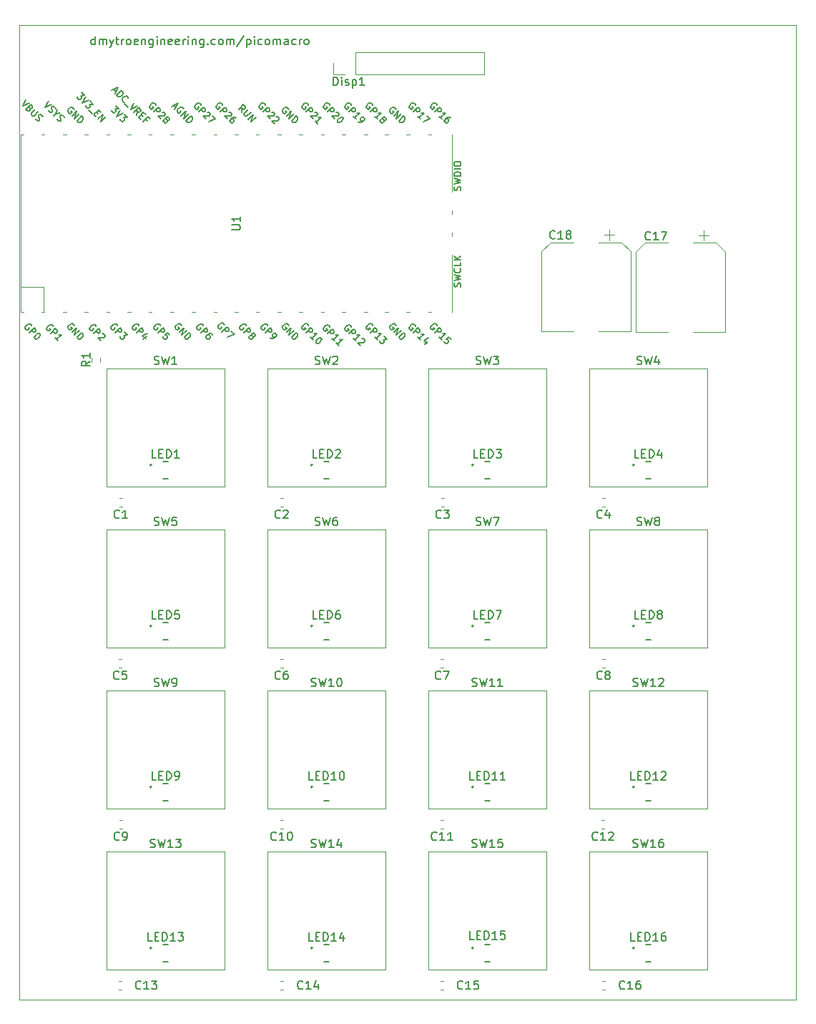
<source format=gbr>
%TF.GenerationSoftware,KiCad,Pcbnew,5.1.10-88a1d61d58~88~ubuntu20.04.1*%
%TF.CreationDate,2021-06-08T22:13:52+03:00*%
%TF.ProjectId,picoMacro,7069636f-4d61-4637-926f-2e6b69636164,rev?*%
%TF.SameCoordinates,Original*%
%TF.FileFunction,Legend,Top*%
%TF.FilePolarity,Positive*%
%FSLAX46Y46*%
G04 Gerber Fmt 4.6, Leading zero omitted, Abs format (unit mm)*
G04 Created by KiCad (PCBNEW 5.1.10-88a1d61d58~88~ubuntu20.04.1) date 2021-06-08 22:13:52*
%MOMM*%
%LPD*%
G01*
G04 APERTURE LIST*
%ADD10C,0.150000*%
%TA.AperFunction,Profile*%
%ADD11C,0.050000*%
%TD*%
%ADD12C,0.120000*%
%ADD13C,0.127000*%
%ADD14C,0.200000*%
G04 APERTURE END LIST*
D10*
X550459238Y-340177380D02*
X550459238Y-339177380D01*
X550459238Y-340129761D02*
X550364000Y-340177380D01*
X550173523Y-340177380D01*
X550078285Y-340129761D01*
X550030666Y-340082142D01*
X549983047Y-339986904D01*
X549983047Y-339701190D01*
X550030666Y-339605952D01*
X550078285Y-339558333D01*
X550173523Y-339510714D01*
X550364000Y-339510714D01*
X550459238Y-339558333D01*
X550935428Y-340177380D02*
X550935428Y-339510714D01*
X550935428Y-339605952D02*
X550983047Y-339558333D01*
X551078285Y-339510714D01*
X551221142Y-339510714D01*
X551316380Y-339558333D01*
X551364000Y-339653571D01*
X551364000Y-340177380D01*
X551364000Y-339653571D02*
X551411619Y-339558333D01*
X551506857Y-339510714D01*
X551649714Y-339510714D01*
X551744952Y-339558333D01*
X551792571Y-339653571D01*
X551792571Y-340177380D01*
X552173523Y-339510714D02*
X552411619Y-340177380D01*
X552649714Y-339510714D02*
X552411619Y-340177380D01*
X552316380Y-340415476D01*
X552268761Y-340463095D01*
X552173523Y-340510714D01*
X552887809Y-339510714D02*
X553268761Y-339510714D01*
X553030666Y-339177380D02*
X553030666Y-340034523D01*
X553078285Y-340129761D01*
X553173523Y-340177380D01*
X553268761Y-340177380D01*
X553602095Y-340177380D02*
X553602095Y-339510714D01*
X553602095Y-339701190D02*
X553649714Y-339605952D01*
X553697333Y-339558333D01*
X553792571Y-339510714D01*
X553887809Y-339510714D01*
X554364000Y-340177380D02*
X554268761Y-340129761D01*
X554221142Y-340082142D01*
X554173523Y-339986904D01*
X554173523Y-339701190D01*
X554221142Y-339605952D01*
X554268761Y-339558333D01*
X554364000Y-339510714D01*
X554506857Y-339510714D01*
X554602095Y-339558333D01*
X554649714Y-339605952D01*
X554697333Y-339701190D01*
X554697333Y-339986904D01*
X554649714Y-340082142D01*
X554602095Y-340129761D01*
X554506857Y-340177380D01*
X554364000Y-340177380D01*
X555506857Y-340129761D02*
X555411619Y-340177380D01*
X555221142Y-340177380D01*
X555125904Y-340129761D01*
X555078285Y-340034523D01*
X555078285Y-339653571D01*
X555125904Y-339558333D01*
X555221142Y-339510714D01*
X555411619Y-339510714D01*
X555506857Y-339558333D01*
X555554476Y-339653571D01*
X555554476Y-339748809D01*
X555078285Y-339844047D01*
X555983047Y-339510714D02*
X555983047Y-340177380D01*
X555983047Y-339605952D02*
X556030666Y-339558333D01*
X556125904Y-339510714D01*
X556268761Y-339510714D01*
X556364000Y-339558333D01*
X556411619Y-339653571D01*
X556411619Y-340177380D01*
X557316380Y-339510714D02*
X557316380Y-340320238D01*
X557268761Y-340415476D01*
X557221142Y-340463095D01*
X557125904Y-340510714D01*
X556983047Y-340510714D01*
X556887809Y-340463095D01*
X557316380Y-340129761D02*
X557221142Y-340177380D01*
X557030666Y-340177380D01*
X556935428Y-340129761D01*
X556887809Y-340082142D01*
X556840190Y-339986904D01*
X556840190Y-339701190D01*
X556887809Y-339605952D01*
X556935428Y-339558333D01*
X557030666Y-339510714D01*
X557221142Y-339510714D01*
X557316380Y-339558333D01*
X557792571Y-340177380D02*
X557792571Y-339510714D01*
X557792571Y-339177380D02*
X557744952Y-339225000D01*
X557792571Y-339272619D01*
X557840190Y-339225000D01*
X557792571Y-339177380D01*
X557792571Y-339272619D01*
X558268761Y-339510714D02*
X558268761Y-340177380D01*
X558268761Y-339605952D02*
X558316380Y-339558333D01*
X558411619Y-339510714D01*
X558554476Y-339510714D01*
X558649714Y-339558333D01*
X558697333Y-339653571D01*
X558697333Y-340177380D01*
X559554476Y-340129761D02*
X559459238Y-340177380D01*
X559268761Y-340177380D01*
X559173523Y-340129761D01*
X559125904Y-340034523D01*
X559125904Y-339653571D01*
X559173523Y-339558333D01*
X559268761Y-339510714D01*
X559459238Y-339510714D01*
X559554476Y-339558333D01*
X559602095Y-339653571D01*
X559602095Y-339748809D01*
X559125904Y-339844047D01*
X560411619Y-340129761D02*
X560316380Y-340177380D01*
X560125904Y-340177380D01*
X560030666Y-340129761D01*
X559983047Y-340034523D01*
X559983047Y-339653571D01*
X560030666Y-339558333D01*
X560125904Y-339510714D01*
X560316380Y-339510714D01*
X560411619Y-339558333D01*
X560459238Y-339653571D01*
X560459238Y-339748809D01*
X559983047Y-339844047D01*
X560887809Y-340177380D02*
X560887809Y-339510714D01*
X560887809Y-339701190D02*
X560935428Y-339605952D01*
X560983047Y-339558333D01*
X561078285Y-339510714D01*
X561173523Y-339510714D01*
X561506857Y-340177380D02*
X561506857Y-339510714D01*
X561506857Y-339177380D02*
X561459238Y-339225000D01*
X561506857Y-339272619D01*
X561554476Y-339225000D01*
X561506857Y-339177380D01*
X561506857Y-339272619D01*
X561983047Y-339510714D02*
X561983047Y-340177380D01*
X561983047Y-339605952D02*
X562030666Y-339558333D01*
X562125904Y-339510714D01*
X562268761Y-339510714D01*
X562364000Y-339558333D01*
X562411619Y-339653571D01*
X562411619Y-340177380D01*
X563316380Y-339510714D02*
X563316380Y-340320238D01*
X563268761Y-340415476D01*
X563221142Y-340463095D01*
X563125904Y-340510714D01*
X562983047Y-340510714D01*
X562887809Y-340463095D01*
X563316380Y-340129761D02*
X563221142Y-340177380D01*
X563030666Y-340177380D01*
X562935428Y-340129761D01*
X562887809Y-340082142D01*
X562840190Y-339986904D01*
X562840190Y-339701190D01*
X562887809Y-339605952D01*
X562935428Y-339558333D01*
X563030666Y-339510714D01*
X563221142Y-339510714D01*
X563316380Y-339558333D01*
X563792571Y-340082142D02*
X563840190Y-340129761D01*
X563792571Y-340177380D01*
X563744952Y-340129761D01*
X563792571Y-340082142D01*
X563792571Y-340177380D01*
X564697333Y-340129761D02*
X564602095Y-340177380D01*
X564411619Y-340177380D01*
X564316380Y-340129761D01*
X564268761Y-340082142D01*
X564221142Y-339986904D01*
X564221142Y-339701190D01*
X564268761Y-339605952D01*
X564316380Y-339558333D01*
X564411619Y-339510714D01*
X564602095Y-339510714D01*
X564697333Y-339558333D01*
X565268761Y-340177380D02*
X565173523Y-340129761D01*
X565125904Y-340082142D01*
X565078285Y-339986904D01*
X565078285Y-339701190D01*
X565125904Y-339605952D01*
X565173523Y-339558333D01*
X565268761Y-339510714D01*
X565411619Y-339510714D01*
X565506857Y-339558333D01*
X565554476Y-339605952D01*
X565602095Y-339701190D01*
X565602095Y-339986904D01*
X565554476Y-340082142D01*
X565506857Y-340129761D01*
X565411619Y-340177380D01*
X565268761Y-340177380D01*
X566030666Y-340177380D02*
X566030666Y-339510714D01*
X566030666Y-339605952D02*
X566078285Y-339558333D01*
X566173523Y-339510714D01*
X566316380Y-339510714D01*
X566411619Y-339558333D01*
X566459238Y-339653571D01*
X566459238Y-340177380D01*
X566459238Y-339653571D02*
X566506857Y-339558333D01*
X566602095Y-339510714D01*
X566744952Y-339510714D01*
X566840190Y-339558333D01*
X566887809Y-339653571D01*
X566887809Y-340177380D01*
X568078285Y-339129761D02*
X567221142Y-340415476D01*
X568411619Y-339510714D02*
X568411619Y-340510714D01*
X568411619Y-339558333D02*
X568506857Y-339510714D01*
X568697333Y-339510714D01*
X568792571Y-339558333D01*
X568840190Y-339605952D01*
X568887809Y-339701190D01*
X568887809Y-339986904D01*
X568840190Y-340082142D01*
X568792571Y-340129761D01*
X568697333Y-340177380D01*
X568506857Y-340177380D01*
X568411619Y-340129761D01*
X569316380Y-340177380D02*
X569316380Y-339510714D01*
X569316380Y-339177380D02*
X569268761Y-339225000D01*
X569316380Y-339272619D01*
X569364000Y-339225000D01*
X569316380Y-339177380D01*
X569316380Y-339272619D01*
X570221142Y-340129761D02*
X570125904Y-340177380D01*
X569935428Y-340177380D01*
X569840190Y-340129761D01*
X569792571Y-340082142D01*
X569744952Y-339986904D01*
X569744952Y-339701190D01*
X569792571Y-339605952D01*
X569840190Y-339558333D01*
X569935428Y-339510714D01*
X570125904Y-339510714D01*
X570221142Y-339558333D01*
X570792571Y-340177380D02*
X570697333Y-340129761D01*
X570649714Y-340082142D01*
X570602095Y-339986904D01*
X570602095Y-339701190D01*
X570649714Y-339605952D01*
X570697333Y-339558333D01*
X570792571Y-339510714D01*
X570935428Y-339510714D01*
X571030666Y-339558333D01*
X571078285Y-339605952D01*
X571125904Y-339701190D01*
X571125904Y-339986904D01*
X571078285Y-340082142D01*
X571030666Y-340129761D01*
X570935428Y-340177380D01*
X570792571Y-340177380D01*
X571554476Y-340177380D02*
X571554476Y-339510714D01*
X571554476Y-339605952D02*
X571602095Y-339558333D01*
X571697333Y-339510714D01*
X571840190Y-339510714D01*
X571935428Y-339558333D01*
X571983047Y-339653571D01*
X571983047Y-340177380D01*
X571983047Y-339653571D02*
X572030666Y-339558333D01*
X572125904Y-339510714D01*
X572268761Y-339510714D01*
X572364000Y-339558333D01*
X572411619Y-339653571D01*
X572411619Y-340177380D01*
X573316380Y-340177380D02*
X573316380Y-339653571D01*
X573268761Y-339558333D01*
X573173523Y-339510714D01*
X572983047Y-339510714D01*
X572887809Y-339558333D01*
X573316380Y-340129761D02*
X573221142Y-340177380D01*
X572983047Y-340177380D01*
X572887809Y-340129761D01*
X572840190Y-340034523D01*
X572840190Y-339939285D01*
X572887809Y-339844047D01*
X572983047Y-339796428D01*
X573221142Y-339796428D01*
X573316380Y-339748809D01*
X574221142Y-340129761D02*
X574125904Y-340177380D01*
X573935428Y-340177380D01*
X573840190Y-340129761D01*
X573792571Y-340082142D01*
X573744952Y-339986904D01*
X573744952Y-339701190D01*
X573792571Y-339605952D01*
X573840190Y-339558333D01*
X573935428Y-339510714D01*
X574125904Y-339510714D01*
X574221142Y-339558333D01*
X574649714Y-340177380D02*
X574649714Y-339510714D01*
X574649714Y-339701190D02*
X574697333Y-339605952D01*
X574744952Y-339558333D01*
X574840190Y-339510714D01*
X574935428Y-339510714D01*
X575411619Y-340177380D02*
X575316380Y-340129761D01*
X575268761Y-340082142D01*
X575221142Y-339986904D01*
X575221142Y-339701190D01*
X575268761Y-339605952D01*
X575316380Y-339558333D01*
X575411619Y-339510714D01*
X575554476Y-339510714D01*
X575649714Y-339558333D01*
X575697333Y-339605952D01*
X575744952Y-339701190D01*
X575744952Y-339986904D01*
X575697333Y-340082142D01*
X575649714Y-340129761D01*
X575554476Y-340177380D01*
X575411619Y-340177380D01*
D11*
X633476000Y-337820000D02*
X541528000Y-337820000D01*
X633476000Y-453136000D02*
X633476000Y-337820000D01*
X541528000Y-453136000D02*
X633476000Y-453136000D01*
X541528000Y-337820000D02*
X541528000Y-453136000D01*
D12*
%TO.C,U1*%
X592682000Y-360215000D02*
X592682000Y-359815000D01*
X592682000Y-362815000D02*
X592682000Y-362415000D01*
X592682000Y-350815000D02*
X592682000Y-357615000D01*
X582282000Y-350815000D02*
X582682000Y-350815000D01*
X574582000Y-350815000D02*
X574982000Y-350815000D01*
X549182000Y-350815000D02*
X549582000Y-350815000D01*
X541682000Y-350815000D02*
X541982000Y-350815000D01*
X564482000Y-350815000D02*
X564882000Y-350815000D01*
X579682000Y-350815000D02*
X580082000Y-350815000D01*
X559382000Y-350815000D02*
X559782000Y-350815000D01*
X554282000Y-350815000D02*
X554682000Y-350815000D01*
X566982000Y-350815000D02*
X567382000Y-350815000D01*
X572082000Y-350815000D02*
X572482000Y-350815000D01*
X587282000Y-350815000D02*
X587682000Y-350815000D01*
X589882000Y-350815000D02*
X590282000Y-350815000D01*
X584782000Y-350815000D02*
X585182000Y-350815000D01*
X551782000Y-350815000D02*
X552182000Y-350815000D01*
X544082000Y-350815000D02*
X544482000Y-350815000D01*
X546682000Y-350815000D02*
X547082000Y-350815000D01*
X577182000Y-350815000D02*
X577582000Y-350815000D01*
X569482000Y-350815000D02*
X569882000Y-350815000D01*
X561882000Y-350815000D02*
X562282000Y-350815000D01*
X556782000Y-350815000D02*
X557182000Y-350815000D01*
X589882000Y-371815000D02*
X590282000Y-371815000D01*
X587282000Y-371815000D02*
X587682000Y-371815000D01*
X584782000Y-371815000D02*
X585182000Y-371815000D01*
X582282000Y-371815000D02*
X582682000Y-371815000D01*
X579682000Y-371815000D02*
X580082000Y-371815000D01*
X577182000Y-371815000D02*
X577582000Y-371815000D01*
X574582000Y-371815000D02*
X574982000Y-371815000D01*
X572082000Y-371815000D02*
X572482000Y-371815000D01*
X569482000Y-371815000D02*
X569882000Y-371815000D01*
X566982000Y-371815000D02*
X567382000Y-371815000D01*
X564482000Y-371815000D02*
X564882000Y-371815000D01*
X561882000Y-371815000D02*
X562282000Y-371815000D01*
X559382000Y-371815000D02*
X559782000Y-371815000D01*
X556782000Y-371815000D02*
X557182000Y-371815000D01*
X554282000Y-371815000D02*
X554682000Y-371815000D01*
X551782000Y-371815000D02*
X552182000Y-371815000D01*
X549182000Y-371815000D02*
X549582000Y-371815000D01*
X546682000Y-371815000D02*
X547082000Y-371815000D01*
X544082000Y-371815000D02*
X544482000Y-371815000D01*
X541682000Y-371815000D02*
X541982000Y-371815000D01*
X544349000Y-368808000D02*
X541682000Y-368808000D01*
X544349000Y-371815000D02*
X544349000Y-368808000D01*
X592682000Y-365015000D02*
X592682000Y-371815000D01*
X541682000Y-371815000D02*
X541682000Y-350815000D01*
D13*
%TO.C,LED16*%
X615650000Y-446675000D02*
X616250000Y-446675000D01*
X615650000Y-448675000D02*
X616250000Y-448675000D01*
D14*
X614282956Y-447045000D02*
G75*
G03*
X614282956Y-447045000I-102956J0D01*
G01*
D13*
%TO.C,LED15*%
X596600000Y-446675000D02*
X597200000Y-446675000D01*
X596600000Y-448675000D02*
X597200000Y-448675000D01*
D14*
X595232956Y-447045000D02*
G75*
G03*
X595232956Y-447045000I-102956J0D01*
G01*
D13*
%TO.C,LED14*%
X577550000Y-446675000D02*
X578150000Y-446675000D01*
X577550000Y-448675000D02*
X578150000Y-448675000D01*
D14*
X576182956Y-447045000D02*
G75*
G03*
X576182956Y-447045000I-102956J0D01*
G01*
D13*
%TO.C,LED13*%
X558500000Y-446675000D02*
X559100000Y-446675000D01*
X558500000Y-448675000D02*
X559100000Y-448675000D01*
D14*
X557132956Y-447045000D02*
G75*
G03*
X557132956Y-447045000I-102956J0D01*
G01*
D13*
%TO.C,LED12*%
X615650000Y-427625000D02*
X616250000Y-427625000D01*
X615650000Y-429625000D02*
X616250000Y-429625000D01*
D14*
X614282956Y-427995000D02*
G75*
G03*
X614282956Y-427995000I-102956J0D01*
G01*
D13*
%TO.C,LED11*%
X596600000Y-427625000D02*
X597200000Y-427625000D01*
X596600000Y-429625000D02*
X597200000Y-429625000D01*
D14*
X595232956Y-427995000D02*
G75*
G03*
X595232956Y-427995000I-102956J0D01*
G01*
D13*
%TO.C,LED10*%
X577550000Y-427625000D02*
X578150000Y-427625000D01*
X577550000Y-429625000D02*
X578150000Y-429625000D01*
D14*
X576182956Y-427995000D02*
G75*
G03*
X576182956Y-427995000I-102956J0D01*
G01*
D13*
%TO.C,LED9*%
X558500000Y-427625000D02*
X559100000Y-427625000D01*
X558500000Y-429625000D02*
X559100000Y-429625000D01*
D14*
X557132956Y-427995000D02*
G75*
G03*
X557132956Y-427995000I-102956J0D01*
G01*
D13*
%TO.C,LED8*%
X615650000Y-408575000D02*
X616250000Y-408575000D01*
X615650000Y-410575000D02*
X616250000Y-410575000D01*
D14*
X614282956Y-408945000D02*
G75*
G03*
X614282956Y-408945000I-102956J0D01*
G01*
D13*
%TO.C,LED7*%
X596600000Y-408575000D02*
X597200000Y-408575000D01*
X596600000Y-410575000D02*
X597200000Y-410575000D01*
D14*
X595232956Y-408945000D02*
G75*
G03*
X595232956Y-408945000I-102956J0D01*
G01*
D13*
%TO.C,LED6*%
X577550000Y-408575000D02*
X578150000Y-408575000D01*
X577550000Y-410575000D02*
X578150000Y-410575000D01*
D14*
X576182956Y-408945000D02*
G75*
G03*
X576182956Y-408945000I-102956J0D01*
G01*
D13*
%TO.C,LED5*%
X558500000Y-408575000D02*
X559100000Y-408575000D01*
X558500000Y-410575000D02*
X559100000Y-410575000D01*
D14*
X557132956Y-408945000D02*
G75*
G03*
X557132956Y-408945000I-102956J0D01*
G01*
D13*
%TO.C,LED4*%
X615650000Y-389525000D02*
X616250000Y-389525000D01*
X615650000Y-391525000D02*
X616250000Y-391525000D01*
D14*
X614282956Y-389895000D02*
G75*
G03*
X614282956Y-389895000I-102956J0D01*
G01*
D13*
%TO.C,LED3*%
X596600000Y-389525000D02*
X597200000Y-389525000D01*
X596600000Y-391525000D02*
X597200000Y-391525000D01*
D14*
X595232956Y-389895000D02*
G75*
G03*
X595232956Y-389895000I-102956J0D01*
G01*
D13*
%TO.C,LED2*%
X577550000Y-389525000D02*
X578150000Y-389525000D01*
X577550000Y-391525000D02*
X578150000Y-391525000D01*
D14*
X576182956Y-389895000D02*
G75*
G03*
X576182956Y-389895000I-102956J0D01*
G01*
D13*
%TO.C,LED1*%
X558500000Y-389525000D02*
X559100000Y-389525000D01*
X558500000Y-391525000D02*
X559100000Y-391525000D01*
D14*
X557132956Y-389895000D02*
G75*
G03*
X557132956Y-389895000I-102956J0D01*
G01*
D12*
%TO.C,SW16*%
X608965000Y-435610000D02*
X622935000Y-435610000D01*
X622935000Y-435610000D02*
X622935000Y-449580000D01*
X622935000Y-449580000D02*
X608965000Y-449580000D01*
X608965000Y-449580000D02*
X608965000Y-435610000D01*
%TO.C,SW15*%
X589915000Y-435610000D02*
X603885000Y-435610000D01*
X603885000Y-435610000D02*
X603885000Y-449580000D01*
X603885000Y-449580000D02*
X589915000Y-449580000D01*
X589915000Y-449580000D02*
X589915000Y-435610000D01*
%TO.C,SW14*%
X570865000Y-435610000D02*
X584835000Y-435610000D01*
X584835000Y-435610000D02*
X584835000Y-449580000D01*
X584835000Y-449580000D02*
X570865000Y-449580000D01*
X570865000Y-449580000D02*
X570865000Y-435610000D01*
%TO.C,SW13*%
X551815000Y-435610000D02*
X565785000Y-435610000D01*
X565785000Y-435610000D02*
X565785000Y-449580000D01*
X565785000Y-449580000D02*
X551815000Y-449580000D01*
X551815000Y-449580000D02*
X551815000Y-435610000D01*
%TO.C,SW12*%
X608965000Y-416560000D02*
X622935000Y-416560000D01*
X622935000Y-416560000D02*
X622935000Y-430530000D01*
X622935000Y-430530000D02*
X608965000Y-430530000D01*
X608965000Y-430530000D02*
X608965000Y-416560000D01*
%TO.C,SW11*%
X589915000Y-416560000D02*
X603885000Y-416560000D01*
X603885000Y-416560000D02*
X603885000Y-430530000D01*
X603885000Y-430530000D02*
X589915000Y-430530000D01*
X589915000Y-430530000D02*
X589915000Y-416560000D01*
%TO.C,SW10*%
X570865000Y-416560000D02*
X584835000Y-416560000D01*
X584835000Y-416560000D02*
X584835000Y-430530000D01*
X584835000Y-430530000D02*
X570865000Y-430530000D01*
X570865000Y-430530000D02*
X570865000Y-416560000D01*
%TO.C,SW9*%
X551815000Y-416560000D02*
X565785000Y-416560000D01*
X565785000Y-416560000D02*
X565785000Y-430530000D01*
X565785000Y-430530000D02*
X551815000Y-430530000D01*
X551815000Y-430530000D02*
X551815000Y-416560000D01*
%TO.C,SW8*%
X608965000Y-397510000D02*
X622935000Y-397510000D01*
X622935000Y-397510000D02*
X622935000Y-411480000D01*
X622935000Y-411480000D02*
X608965000Y-411480000D01*
X608965000Y-411480000D02*
X608965000Y-397510000D01*
%TO.C,SW7*%
X589915000Y-397510000D02*
X603885000Y-397510000D01*
X603885000Y-397510000D02*
X603885000Y-411480000D01*
X603885000Y-411480000D02*
X589915000Y-411480000D01*
X589915000Y-411480000D02*
X589915000Y-397510000D01*
%TO.C,SW6*%
X570865000Y-397510000D02*
X584835000Y-397510000D01*
X584835000Y-397510000D02*
X584835000Y-411480000D01*
X584835000Y-411480000D02*
X570865000Y-411480000D01*
X570865000Y-411480000D02*
X570865000Y-397510000D01*
%TO.C,SW5*%
X551815000Y-397510000D02*
X565785000Y-397510000D01*
X565785000Y-397510000D02*
X565785000Y-411480000D01*
X565785000Y-411480000D02*
X551815000Y-411480000D01*
X551815000Y-411480000D02*
X551815000Y-397510000D01*
%TO.C,SW4*%
X608965000Y-378460000D02*
X622935000Y-378460000D01*
X622935000Y-378460000D02*
X622935000Y-392430000D01*
X622935000Y-392430000D02*
X608965000Y-392430000D01*
X608965000Y-392430000D02*
X608965000Y-378460000D01*
%TO.C,SW3*%
X589915000Y-378460000D02*
X603885000Y-378460000D01*
X603885000Y-378460000D02*
X603885000Y-392430000D01*
X603885000Y-392430000D02*
X589915000Y-392430000D01*
X589915000Y-392430000D02*
X589915000Y-378460000D01*
%TO.C,SW2*%
X570865000Y-378460000D02*
X584835000Y-378460000D01*
X584835000Y-378460000D02*
X584835000Y-392430000D01*
X584835000Y-392430000D02*
X570865000Y-392430000D01*
X570865000Y-392430000D02*
X570865000Y-378460000D01*
%TO.C,SW1*%
X551815000Y-378460000D02*
X565785000Y-378460000D01*
X565785000Y-378460000D02*
X565785000Y-392430000D01*
X565785000Y-392430000D02*
X551815000Y-392430000D01*
X551815000Y-392430000D02*
X551815000Y-378460000D01*
%TO.C,R1*%
X550022500Y-377722224D02*
X550022500Y-377212776D01*
X551067500Y-377722224D02*
X551067500Y-377212776D01*
%TO.C,Disp1*%
X596540900Y-343709300D02*
X596540900Y-341049300D01*
X581240900Y-343709300D02*
X596540900Y-343709300D01*
X581240900Y-341049300D02*
X596540900Y-341049300D01*
X581240900Y-343709300D02*
X581240900Y-341049300D01*
X579970900Y-343709300D02*
X578640900Y-343709300D01*
X578640900Y-343709300D02*
X578640900Y-342379300D01*
%TO.C,C18*%
X603324000Y-374068000D02*
X607074000Y-374068000D01*
X613844000Y-374068000D02*
X610094000Y-374068000D01*
X613844000Y-364612437D02*
X613844000Y-374068000D01*
X603324000Y-364612437D02*
X603324000Y-374068000D01*
X604388437Y-363548000D02*
X607074000Y-363548000D01*
X612779563Y-363548000D02*
X610094000Y-363548000D01*
X612779563Y-363548000D02*
X613844000Y-364612437D01*
X604388437Y-363548000D02*
X603324000Y-364612437D01*
X611344000Y-362058000D02*
X611344000Y-363308000D01*
X611969000Y-362683000D02*
X610719000Y-362683000D01*
%TO.C,C17*%
X614500000Y-374132000D02*
X618250000Y-374132000D01*
X625020000Y-374132000D02*
X621270000Y-374132000D01*
X625020000Y-364676437D02*
X625020000Y-374132000D01*
X614500000Y-364676437D02*
X614500000Y-374132000D01*
X615564437Y-363612000D02*
X618250000Y-363612000D01*
X623955563Y-363612000D02*
X621270000Y-363612000D01*
X623955563Y-363612000D02*
X625020000Y-364676437D01*
X615564437Y-363612000D02*
X614500000Y-364676437D01*
X622520000Y-362122000D02*
X622520000Y-363372000D01*
X623145000Y-362747000D02*
X621895000Y-362747000D01*
%TO.C,C16*%
X610788767Y-451995000D02*
X610496233Y-451995000D01*
X610788767Y-450975000D02*
X610496233Y-450975000D01*
%TO.C,C15*%
X591685767Y-451995000D02*
X591393233Y-451995000D01*
X591685767Y-450975000D02*
X591393233Y-450975000D01*
%TO.C,C14*%
X572688767Y-451995000D02*
X572396233Y-451995000D01*
X572688767Y-450975000D02*
X572396233Y-450975000D01*
%TO.C,C13*%
X553585767Y-451995000D02*
X553293233Y-451995000D01*
X553585767Y-450975000D02*
X553293233Y-450975000D01*
%TO.C,C12*%
X610735767Y-432945000D02*
X610443233Y-432945000D01*
X610735767Y-431925000D02*
X610443233Y-431925000D01*
%TO.C,C11*%
X591685767Y-432945000D02*
X591393233Y-432945000D01*
X591685767Y-431925000D02*
X591393233Y-431925000D01*
%TO.C,C10*%
X572688767Y-432945000D02*
X572396233Y-432945000D01*
X572688767Y-431925000D02*
X572396233Y-431925000D01*
%TO.C,C9*%
X553638767Y-432945000D02*
X553346233Y-432945000D01*
X553638767Y-431925000D02*
X553346233Y-431925000D01*
%TO.C,C8*%
X610788767Y-413895000D02*
X610496233Y-413895000D01*
X610788767Y-412875000D02*
X610496233Y-412875000D01*
%TO.C,C7*%
X591685767Y-413895000D02*
X591393233Y-413895000D01*
X591685767Y-412875000D02*
X591393233Y-412875000D01*
%TO.C,C6*%
X572688767Y-413895000D02*
X572396233Y-413895000D01*
X572688767Y-412875000D02*
X572396233Y-412875000D01*
%TO.C,C5*%
X553585767Y-413895000D02*
X553293233Y-413895000D01*
X553585767Y-412875000D02*
X553293233Y-412875000D01*
%TO.C,C4*%
X610788767Y-394845000D02*
X610496233Y-394845000D01*
X610788767Y-393825000D02*
X610496233Y-393825000D01*
%TO.C,C3*%
X591738767Y-394845000D02*
X591446233Y-394845000D01*
X591738767Y-393825000D02*
X591446233Y-393825000D01*
%TO.C,C2*%
X572688767Y-394845000D02*
X572396233Y-394845000D01*
X572688767Y-393825000D02*
X572396233Y-393825000D01*
%TO.C,C1*%
X553638767Y-394845000D02*
X553346233Y-394845000D01*
X553638767Y-393825000D02*
X553346233Y-393825000D01*
%TD*%
%TO.C,U1*%
D10*
X566634380Y-362076904D02*
X567443904Y-362076904D01*
X567539142Y-362029285D01*
X567586761Y-361981666D01*
X567634380Y-361886428D01*
X567634380Y-361695952D01*
X567586761Y-361600714D01*
X567539142Y-361553095D01*
X567443904Y-361505476D01*
X566634380Y-361505476D01*
X567634380Y-360505476D02*
X567634380Y-361076904D01*
X567634380Y-360791190D02*
X566634380Y-360791190D01*
X566777238Y-360886428D01*
X566872476Y-360981666D01*
X566920095Y-361076904D01*
X593705809Y-357410238D02*
X593743904Y-357295952D01*
X593743904Y-357105476D01*
X593705809Y-357029285D01*
X593667714Y-356991190D01*
X593591523Y-356953095D01*
X593515333Y-356953095D01*
X593439142Y-356991190D01*
X593401047Y-357029285D01*
X593362952Y-357105476D01*
X593324857Y-357257857D01*
X593286761Y-357334047D01*
X593248666Y-357372142D01*
X593172476Y-357410238D01*
X593096285Y-357410238D01*
X593020095Y-357372142D01*
X592982000Y-357334047D01*
X592943904Y-357257857D01*
X592943904Y-357067380D01*
X592982000Y-356953095D01*
X592943904Y-356686428D02*
X593743904Y-356495952D01*
X593172476Y-356343571D01*
X593743904Y-356191190D01*
X592943904Y-356000714D01*
X593743904Y-355695952D02*
X592943904Y-355695952D01*
X592943904Y-355505476D01*
X592982000Y-355391190D01*
X593058190Y-355315000D01*
X593134380Y-355276904D01*
X593286761Y-355238809D01*
X593401047Y-355238809D01*
X593553428Y-355276904D01*
X593629619Y-355315000D01*
X593705809Y-355391190D01*
X593743904Y-355505476D01*
X593743904Y-355695952D01*
X593743904Y-354895952D02*
X592943904Y-354895952D01*
X592943904Y-354362619D02*
X592943904Y-354210238D01*
X592982000Y-354134047D01*
X593058190Y-354057857D01*
X593210571Y-354019761D01*
X593477238Y-354019761D01*
X593629619Y-354057857D01*
X593705809Y-354134047D01*
X593743904Y-354210238D01*
X593743904Y-354362619D01*
X593705809Y-354438809D01*
X593629619Y-354515000D01*
X593477238Y-354553095D01*
X593210571Y-354553095D01*
X593058190Y-354515000D01*
X592982000Y-354438809D01*
X592943904Y-354362619D01*
X593705809Y-368824523D02*
X593743904Y-368710238D01*
X593743904Y-368519761D01*
X593705809Y-368443571D01*
X593667714Y-368405476D01*
X593591523Y-368367380D01*
X593515333Y-368367380D01*
X593439142Y-368405476D01*
X593401047Y-368443571D01*
X593362952Y-368519761D01*
X593324857Y-368672142D01*
X593286761Y-368748333D01*
X593248666Y-368786428D01*
X593172476Y-368824523D01*
X593096285Y-368824523D01*
X593020095Y-368786428D01*
X592982000Y-368748333D01*
X592943904Y-368672142D01*
X592943904Y-368481666D01*
X592982000Y-368367380D01*
X592943904Y-368100714D02*
X593743904Y-367910238D01*
X593172476Y-367757857D01*
X593743904Y-367605476D01*
X592943904Y-367415000D01*
X593667714Y-366653095D02*
X593705809Y-366691190D01*
X593743904Y-366805476D01*
X593743904Y-366881666D01*
X593705809Y-366995952D01*
X593629619Y-367072142D01*
X593553428Y-367110238D01*
X593401047Y-367148333D01*
X593286761Y-367148333D01*
X593134380Y-367110238D01*
X593058190Y-367072142D01*
X592982000Y-366995952D01*
X592943904Y-366881666D01*
X592943904Y-366805476D01*
X592982000Y-366691190D01*
X593020095Y-366653095D01*
X593743904Y-365929285D02*
X593743904Y-366310238D01*
X592943904Y-366310238D01*
X593743904Y-365662619D02*
X592943904Y-365662619D01*
X593743904Y-365205476D02*
X593286761Y-365548333D01*
X592943904Y-365205476D02*
X593401047Y-365662619D01*
X559741035Y-347358597D02*
X560010409Y-347627971D01*
X559525536Y-347466346D02*
X560279783Y-347089223D01*
X559902659Y-347843470D01*
X560926280Y-347789595D02*
X560899343Y-347708783D01*
X560818531Y-347627971D01*
X560710781Y-347574096D01*
X560603032Y-347574096D01*
X560522219Y-347601033D01*
X560387532Y-347681845D01*
X560306720Y-347762658D01*
X560225908Y-347897345D01*
X560198971Y-347978157D01*
X560198971Y-348085906D01*
X560252845Y-348193656D01*
X560306720Y-348247531D01*
X560414470Y-348301406D01*
X560468345Y-348301406D01*
X560656906Y-348112844D01*
X560549157Y-348005094D01*
X560656906Y-348597717D02*
X561222592Y-348032032D01*
X560980155Y-348920966D01*
X561545841Y-348355280D01*
X561249529Y-349190340D02*
X561815215Y-348624654D01*
X561949902Y-348759341D01*
X562003776Y-348867091D01*
X562003776Y-348974841D01*
X561976839Y-349055653D01*
X561896027Y-349190340D01*
X561815215Y-349271152D01*
X561680528Y-349351964D01*
X561599715Y-349378902D01*
X561491966Y-349378902D01*
X561384216Y-349325027D01*
X561249529Y-349190340D01*
X547983844Y-347801158D02*
X547956906Y-347720346D01*
X547876094Y-347639534D01*
X547768345Y-347585659D01*
X547660595Y-347585659D01*
X547579783Y-347612597D01*
X547445096Y-347693409D01*
X547364284Y-347774221D01*
X547283471Y-347908908D01*
X547256534Y-347989720D01*
X547256534Y-348097470D01*
X547310409Y-348205219D01*
X547364284Y-348259094D01*
X547472033Y-348312969D01*
X547525908Y-348312969D01*
X547714470Y-348124407D01*
X547606720Y-348016658D01*
X547714470Y-348609280D02*
X548280155Y-348043595D01*
X548037719Y-348932529D01*
X548603404Y-348366844D01*
X548307093Y-349201903D02*
X548872778Y-348636218D01*
X549007465Y-348770905D01*
X549061340Y-348878654D01*
X549061340Y-348986404D01*
X549034402Y-349067216D01*
X548953590Y-349201903D01*
X548872778Y-349282715D01*
X548738091Y-349363528D01*
X548657279Y-349390465D01*
X548549529Y-349390465D01*
X548441780Y-349336590D01*
X548307093Y-349201903D01*
X573383844Y-347801158D02*
X573356906Y-347720346D01*
X573276094Y-347639534D01*
X573168345Y-347585659D01*
X573060595Y-347585659D01*
X572979783Y-347612597D01*
X572845096Y-347693409D01*
X572764284Y-347774221D01*
X572683471Y-347908908D01*
X572656534Y-347989720D01*
X572656534Y-348097470D01*
X572710409Y-348205219D01*
X572764284Y-348259094D01*
X572872033Y-348312969D01*
X572925908Y-348312969D01*
X573114470Y-348124407D01*
X573006720Y-348016658D01*
X573114470Y-348609280D02*
X573680155Y-348043595D01*
X573437719Y-348932529D01*
X574003404Y-348366844D01*
X573707093Y-349201903D02*
X574272778Y-348636218D01*
X574407465Y-348770905D01*
X574461340Y-348878654D01*
X574461340Y-348986404D01*
X574434402Y-349067216D01*
X574353590Y-349201903D01*
X574272778Y-349282715D01*
X574138091Y-349363528D01*
X574057279Y-349390465D01*
X573949529Y-349390465D01*
X573841780Y-349336590D01*
X573707093Y-349201903D01*
X586083844Y-347801158D02*
X586056906Y-347720346D01*
X585976094Y-347639534D01*
X585868345Y-347585659D01*
X585760595Y-347585659D01*
X585679783Y-347612597D01*
X585545096Y-347693409D01*
X585464284Y-347774221D01*
X585383471Y-347908908D01*
X585356534Y-347989720D01*
X585356534Y-348097470D01*
X585410409Y-348205219D01*
X585464284Y-348259094D01*
X585572033Y-348312969D01*
X585625908Y-348312969D01*
X585814470Y-348124407D01*
X585706720Y-348016658D01*
X585814470Y-348609280D02*
X586380155Y-348043595D01*
X586137719Y-348932529D01*
X586703404Y-348366844D01*
X586407093Y-349201903D02*
X586972778Y-348636218D01*
X587107465Y-348770905D01*
X587161340Y-348878654D01*
X587161340Y-348986404D01*
X587134402Y-349067216D01*
X587053590Y-349201903D01*
X586972778Y-349282715D01*
X586838091Y-349363528D01*
X586757279Y-349390465D01*
X586649529Y-349390465D01*
X586541780Y-349336590D01*
X586407093Y-349201903D01*
X586083844Y-373401158D02*
X586056906Y-373320346D01*
X585976094Y-373239534D01*
X585868345Y-373185659D01*
X585760595Y-373185659D01*
X585679783Y-373212597D01*
X585545096Y-373293409D01*
X585464284Y-373374221D01*
X585383471Y-373508908D01*
X585356534Y-373589720D01*
X585356534Y-373697470D01*
X585410409Y-373805219D01*
X585464284Y-373859094D01*
X585572033Y-373912969D01*
X585625908Y-373912969D01*
X585814470Y-373724407D01*
X585706720Y-373616658D01*
X585814470Y-374209280D02*
X586380155Y-373643595D01*
X586137719Y-374532529D01*
X586703404Y-373966844D01*
X586407093Y-374801903D02*
X586972778Y-374236218D01*
X587107465Y-374370905D01*
X587161340Y-374478654D01*
X587161340Y-374586404D01*
X587134402Y-374667216D01*
X587053590Y-374801903D01*
X586972778Y-374882715D01*
X586838091Y-374963528D01*
X586757279Y-374990465D01*
X586649529Y-374990465D01*
X586541780Y-374936590D01*
X586407093Y-374801903D01*
X573383844Y-373401158D02*
X573356906Y-373320346D01*
X573276094Y-373239534D01*
X573168345Y-373185659D01*
X573060595Y-373185659D01*
X572979783Y-373212597D01*
X572845096Y-373293409D01*
X572764284Y-373374221D01*
X572683471Y-373508908D01*
X572656534Y-373589720D01*
X572656534Y-373697470D01*
X572710409Y-373805219D01*
X572764284Y-373859094D01*
X572872033Y-373912969D01*
X572925908Y-373912969D01*
X573114470Y-373724407D01*
X573006720Y-373616658D01*
X573114470Y-374209280D02*
X573680155Y-373643595D01*
X573437719Y-374532529D01*
X574003404Y-373966844D01*
X573707093Y-374801903D02*
X574272778Y-374236218D01*
X574407465Y-374370905D01*
X574461340Y-374478654D01*
X574461340Y-374586404D01*
X574434402Y-374667216D01*
X574353590Y-374801903D01*
X574272778Y-374882715D01*
X574138091Y-374963528D01*
X574057279Y-374990465D01*
X573949529Y-374990465D01*
X573841780Y-374936590D01*
X573707093Y-374801903D01*
X560683844Y-373401158D02*
X560656906Y-373320346D01*
X560576094Y-373239534D01*
X560468345Y-373185659D01*
X560360595Y-373185659D01*
X560279783Y-373212597D01*
X560145096Y-373293409D01*
X560064284Y-373374221D01*
X559983471Y-373508908D01*
X559956534Y-373589720D01*
X559956534Y-373697470D01*
X560010409Y-373805219D01*
X560064284Y-373859094D01*
X560172033Y-373912969D01*
X560225908Y-373912969D01*
X560414470Y-373724407D01*
X560306720Y-373616658D01*
X560414470Y-374209280D02*
X560980155Y-373643595D01*
X560737719Y-374532529D01*
X561303404Y-373966844D01*
X561007093Y-374801903D02*
X561572778Y-374236218D01*
X561707465Y-374370905D01*
X561761340Y-374478654D01*
X561761340Y-374586404D01*
X561734402Y-374667216D01*
X561653590Y-374801903D01*
X561572778Y-374882715D01*
X561438091Y-374963528D01*
X561357279Y-374990465D01*
X561249529Y-374990465D01*
X561141780Y-374936590D01*
X561007093Y-374801903D01*
X547983844Y-373401158D02*
X547956906Y-373320346D01*
X547876094Y-373239534D01*
X547768345Y-373185659D01*
X547660595Y-373185659D01*
X547579783Y-373212597D01*
X547445096Y-373293409D01*
X547364284Y-373374221D01*
X547283471Y-373508908D01*
X547256534Y-373589720D01*
X547256534Y-373697470D01*
X547310409Y-373805219D01*
X547364284Y-373859094D01*
X547472033Y-373912969D01*
X547525908Y-373912969D01*
X547714470Y-373724407D01*
X547606720Y-373616658D01*
X547714470Y-374209280D02*
X548280155Y-373643595D01*
X548037719Y-374532529D01*
X548603404Y-373966844D01*
X548307093Y-374801903D02*
X548872778Y-374236218D01*
X549007465Y-374370905D01*
X549061340Y-374478654D01*
X549061340Y-374586404D01*
X549034402Y-374667216D01*
X548953590Y-374801903D01*
X548872778Y-374882715D01*
X548738091Y-374963528D01*
X548657279Y-374990465D01*
X548549529Y-374990465D01*
X548441780Y-374936590D01*
X548307093Y-374801903D01*
X542254690Y-346668129D02*
X541877566Y-347422377D01*
X542631813Y-347045253D01*
X542739563Y-347691751D02*
X542793438Y-347799500D01*
X542793438Y-347853375D01*
X542766500Y-347934187D01*
X542685688Y-348015000D01*
X542604876Y-348041937D01*
X542551001Y-348041937D01*
X542470189Y-348014999D01*
X542254690Y-347799500D01*
X542820375Y-347233815D01*
X543008937Y-347422377D01*
X543035874Y-347503189D01*
X543035874Y-347557064D01*
X543008937Y-347637876D01*
X542955062Y-347691751D01*
X542874250Y-347718688D01*
X542820375Y-347718688D01*
X542739563Y-347691751D01*
X542551001Y-347503189D01*
X543386061Y-347799500D02*
X542928125Y-348257436D01*
X542901187Y-348338248D01*
X542901187Y-348392123D01*
X542928125Y-348472935D01*
X543035874Y-348580685D01*
X543116687Y-348607622D01*
X543170561Y-348607622D01*
X543251374Y-348580685D01*
X543709309Y-348122749D01*
X543412998Y-348903934D02*
X543466873Y-349011683D01*
X543601560Y-349146370D01*
X543682372Y-349173308D01*
X543736247Y-349173308D01*
X543817059Y-349146370D01*
X543870934Y-349092496D01*
X543897871Y-349011683D01*
X543897871Y-348957809D01*
X543870934Y-348876996D01*
X543790122Y-348742309D01*
X543763184Y-348661497D01*
X543763184Y-348607622D01*
X543790122Y-348526810D01*
X543843996Y-348472935D01*
X543924809Y-348445998D01*
X543978683Y-348445998D01*
X544059496Y-348472935D01*
X544194183Y-348607622D01*
X544248057Y-348715372D01*
X544932033Y-346835473D02*
X544554910Y-347589720D01*
X545309157Y-347212597D01*
X544932033Y-347912969D02*
X544985908Y-348020719D01*
X545120595Y-348155406D01*
X545201407Y-348182343D01*
X545255282Y-348182343D01*
X545336094Y-348155406D01*
X545389969Y-348101531D01*
X545416906Y-348020719D01*
X545416906Y-347966844D01*
X545389969Y-347886032D01*
X545309157Y-347751345D01*
X545282219Y-347670532D01*
X545282219Y-347616658D01*
X545309157Y-347535845D01*
X545363032Y-347481971D01*
X545443844Y-347455033D01*
X545497719Y-347455033D01*
X545578531Y-347481971D01*
X545713218Y-347616658D01*
X545767093Y-347724407D01*
X545847905Y-348343967D02*
X545578531Y-348613341D01*
X545955654Y-347859094D02*
X545847905Y-348343967D01*
X546332778Y-348236218D01*
X545955654Y-348936590D02*
X546009529Y-349044340D01*
X546144216Y-349179027D01*
X546225028Y-349205964D01*
X546278903Y-349205964D01*
X546359715Y-349179027D01*
X546413590Y-349125152D01*
X546440528Y-349044340D01*
X546440528Y-348990465D01*
X546413590Y-348909653D01*
X546332778Y-348774966D01*
X546305841Y-348694154D01*
X546305841Y-348640279D01*
X546332778Y-348559467D01*
X546386653Y-348505592D01*
X546467465Y-348478654D01*
X546521340Y-348478654D01*
X546602152Y-348505592D01*
X546736839Y-348640279D01*
X546790714Y-348748028D01*
X548823691Y-345837131D02*
X549173877Y-346187317D01*
X548769816Y-346214255D01*
X548850629Y-346295067D01*
X548877566Y-346375879D01*
X548877566Y-346429754D01*
X548850629Y-346510566D01*
X548715942Y-346645253D01*
X548635129Y-346672190D01*
X548581255Y-346672190D01*
X548500442Y-346645253D01*
X548338818Y-346483629D01*
X548311881Y-346402816D01*
X548311881Y-346348942D01*
X549335502Y-346348942D02*
X548958378Y-347103189D01*
X549712625Y-346726065D01*
X549847312Y-346860752D02*
X550197499Y-347210938D01*
X549793438Y-347237876D01*
X549874250Y-347318688D01*
X549901187Y-347399500D01*
X549901187Y-347453375D01*
X549874250Y-347534187D01*
X549739563Y-347668874D01*
X549658751Y-347695812D01*
X549604876Y-347695812D01*
X549524064Y-347668874D01*
X549362439Y-347507250D01*
X549335502Y-347426438D01*
X549335502Y-347372563D01*
X549685688Y-347938248D02*
X550116687Y-348369247D01*
X550601560Y-348153748D02*
X550790122Y-348342309D01*
X550574622Y-348719433D02*
X550305248Y-348450059D01*
X550870934Y-347884374D01*
X551140308Y-348153748D01*
X550817059Y-348961870D02*
X551382744Y-348396184D01*
X551140308Y-349285118D01*
X551705993Y-348719433D01*
X552891407Y-347404847D02*
X553241593Y-347755033D01*
X552837532Y-347781971D01*
X552918345Y-347862783D01*
X552945282Y-347943595D01*
X552945282Y-347997470D01*
X552918345Y-348078282D01*
X552783658Y-348212969D01*
X552702845Y-348239906D01*
X552648971Y-348239906D01*
X552568158Y-348212969D01*
X552406534Y-348051345D01*
X552379597Y-347970532D01*
X552379597Y-347916658D01*
X553403218Y-347916658D02*
X553026094Y-348670905D01*
X553780341Y-348293781D01*
X553915028Y-348428468D02*
X554265215Y-348778654D01*
X553861154Y-348805592D01*
X553941966Y-348886404D01*
X553968903Y-348967216D01*
X553968903Y-349021091D01*
X553941966Y-349101903D01*
X553807279Y-349236590D01*
X553726467Y-349263528D01*
X553672592Y-349263528D01*
X553591780Y-349236590D01*
X553430155Y-349074966D01*
X553403218Y-348994154D01*
X553403218Y-348940279D01*
X552648226Y-345469788D02*
X552917600Y-345739162D01*
X552432727Y-345577537D02*
X553186974Y-345200414D01*
X552809850Y-345954661D01*
X552998412Y-346143223D02*
X553564097Y-345577537D01*
X553698784Y-345712224D01*
X553752659Y-345819974D01*
X553752659Y-345927723D01*
X553725722Y-346008536D01*
X553644910Y-346143223D01*
X553564097Y-346224035D01*
X553429410Y-346304847D01*
X553348598Y-346331784D01*
X553240849Y-346331784D01*
X553133099Y-346277910D01*
X552998412Y-346143223D01*
X553941221Y-346978282D02*
X553887346Y-346978282D01*
X553779597Y-346924407D01*
X553725722Y-346870532D01*
X553671847Y-346762783D01*
X553671847Y-346655033D01*
X553698784Y-346574221D01*
X553779597Y-346439534D01*
X553860409Y-346358722D01*
X553995096Y-346277910D01*
X554075908Y-346250972D01*
X554183658Y-346250972D01*
X554291407Y-346304847D01*
X554345282Y-346358722D01*
X554399157Y-346466471D01*
X554399157Y-346520346D01*
X553941221Y-347193781D02*
X554372219Y-347624780D01*
X555045654Y-347059094D02*
X554668531Y-347813341D01*
X555422778Y-347436218D01*
X555368903Y-348513714D02*
X555449715Y-348055778D01*
X555045654Y-348190465D02*
X555611340Y-347624780D01*
X555826839Y-347840279D01*
X555853776Y-347921091D01*
X555853776Y-347974966D01*
X555826839Y-348055778D01*
X555746027Y-348136590D01*
X555665215Y-348163528D01*
X555611340Y-348163528D01*
X555530528Y-348136590D01*
X555315028Y-347921091D01*
X555907651Y-348459839D02*
X556096213Y-348648401D01*
X555880714Y-349025524D02*
X555611340Y-348756150D01*
X556177025Y-348190465D01*
X556446399Y-348459839D01*
X556608024Y-349160211D02*
X556419462Y-348971650D01*
X556123150Y-349267961D02*
X556688836Y-348702276D01*
X556958210Y-348971650D01*
X557647407Y-347304722D02*
X557620470Y-347223910D01*
X557539658Y-347143097D01*
X557431908Y-347089223D01*
X557324158Y-347089223D01*
X557243346Y-347116160D01*
X557108659Y-347196972D01*
X557027847Y-347277784D01*
X556947035Y-347412471D01*
X556920097Y-347493284D01*
X556920097Y-347601033D01*
X556973972Y-347708783D01*
X557027847Y-347762658D01*
X557135597Y-347816532D01*
X557189471Y-347816532D01*
X557378033Y-347627971D01*
X557270284Y-347520221D01*
X557378033Y-348112844D02*
X557943719Y-347547158D01*
X558159218Y-347762658D01*
X558186155Y-347843470D01*
X558186155Y-347897345D01*
X558159218Y-347978157D01*
X558078406Y-348058969D01*
X557997593Y-348085906D01*
X557943719Y-348085906D01*
X557862906Y-348058969D01*
X557647407Y-347843470D01*
X558428592Y-348139781D02*
X558482467Y-348139781D01*
X558563279Y-348166719D01*
X558697966Y-348301406D01*
X558724903Y-348382218D01*
X558724903Y-348436093D01*
X558697966Y-348516905D01*
X558644091Y-348570780D01*
X558536341Y-348624654D01*
X557889844Y-348624654D01*
X558240030Y-348974841D01*
X558886528Y-348974841D02*
X558859590Y-348894028D01*
X558859590Y-348840154D01*
X558886528Y-348759341D01*
X558913465Y-348732404D01*
X558994277Y-348705467D01*
X559048152Y-348705467D01*
X559128964Y-348732404D01*
X559236714Y-348840154D01*
X559263651Y-348920966D01*
X559263651Y-348974841D01*
X559236714Y-349055653D01*
X559209776Y-349082590D01*
X559128964Y-349109528D01*
X559075089Y-349109528D01*
X558994277Y-349082590D01*
X558886528Y-348974841D01*
X558805715Y-348947903D01*
X558751841Y-348947903D01*
X558671028Y-348974841D01*
X558563279Y-349082590D01*
X558536341Y-349163402D01*
X558536341Y-349217277D01*
X558563279Y-349298089D01*
X558671028Y-349405839D01*
X558751841Y-349432776D01*
X558805715Y-349432776D01*
X558886528Y-349405839D01*
X558994277Y-349298089D01*
X559021215Y-349217277D01*
X559021215Y-349163402D01*
X558994277Y-349082590D01*
X562991407Y-347304722D02*
X562964470Y-347223910D01*
X562883658Y-347143097D01*
X562775908Y-347089223D01*
X562668158Y-347089223D01*
X562587346Y-347116160D01*
X562452659Y-347196972D01*
X562371847Y-347277784D01*
X562291035Y-347412471D01*
X562264097Y-347493284D01*
X562264097Y-347601033D01*
X562317972Y-347708783D01*
X562371847Y-347762658D01*
X562479597Y-347816532D01*
X562533471Y-347816532D01*
X562722033Y-347627971D01*
X562614284Y-347520221D01*
X562722033Y-348112844D02*
X563287719Y-347547158D01*
X563503218Y-347762658D01*
X563530155Y-347843470D01*
X563530155Y-347897345D01*
X563503218Y-347978157D01*
X563422406Y-348058969D01*
X563341593Y-348085906D01*
X563287719Y-348085906D01*
X563206906Y-348058969D01*
X562991407Y-347843470D01*
X563772592Y-348139781D02*
X563826467Y-348139781D01*
X563907279Y-348166719D01*
X564041966Y-348301406D01*
X564068903Y-348382218D01*
X564068903Y-348436093D01*
X564041966Y-348516905D01*
X563988091Y-348570780D01*
X563880341Y-348624654D01*
X563233844Y-348624654D01*
X563584030Y-348974841D01*
X564338277Y-348597717D02*
X564715401Y-348974841D01*
X563907279Y-349298089D01*
X565521407Y-347304722D02*
X565494470Y-347223910D01*
X565413658Y-347143097D01*
X565305908Y-347089223D01*
X565198158Y-347089223D01*
X565117346Y-347116160D01*
X564982659Y-347196972D01*
X564901847Y-347277784D01*
X564821035Y-347412471D01*
X564794097Y-347493284D01*
X564794097Y-347601033D01*
X564847972Y-347708783D01*
X564901847Y-347762658D01*
X565009597Y-347816532D01*
X565063471Y-347816532D01*
X565252033Y-347627971D01*
X565144284Y-347520221D01*
X565252033Y-348112844D02*
X565817719Y-347547158D01*
X566033218Y-347762658D01*
X566060155Y-347843470D01*
X566060155Y-347897345D01*
X566033218Y-347978157D01*
X565952406Y-348058969D01*
X565871593Y-348085906D01*
X565817719Y-348085906D01*
X565736906Y-348058969D01*
X565521407Y-347843470D01*
X566302592Y-348139781D02*
X566356467Y-348139781D01*
X566437279Y-348166719D01*
X566571966Y-348301406D01*
X566598903Y-348382218D01*
X566598903Y-348436093D01*
X566571966Y-348516905D01*
X566518091Y-348570780D01*
X566410341Y-348624654D01*
X565763844Y-348624654D01*
X566114030Y-348974841D01*
X567164589Y-348894028D02*
X567056839Y-348786279D01*
X566976027Y-348759341D01*
X566922152Y-348759341D01*
X566787465Y-348786279D01*
X566652778Y-348867091D01*
X566437279Y-349082590D01*
X566410341Y-349163402D01*
X566410341Y-349217277D01*
X566437279Y-349298089D01*
X566545028Y-349405839D01*
X566625841Y-349432776D01*
X566679715Y-349432776D01*
X566760528Y-349405839D01*
X566895215Y-349271152D01*
X566922152Y-349190340D01*
X566922152Y-349136465D01*
X566895215Y-349055653D01*
X566787465Y-348947903D01*
X566706653Y-348920966D01*
X566652778Y-348920966D01*
X566571966Y-348947903D01*
X567778564Y-348153375D02*
X567859377Y-347695439D01*
X567455316Y-347830126D02*
X568021001Y-347264441D01*
X568236500Y-347479940D01*
X568263438Y-347560752D01*
X568263438Y-347614627D01*
X568236500Y-347695439D01*
X568155688Y-347776251D01*
X568074876Y-347803189D01*
X568021001Y-347803189D01*
X567940189Y-347776251D01*
X567724690Y-347560752D01*
X568586687Y-347830126D02*
X568128751Y-348288062D01*
X568101813Y-348368874D01*
X568101813Y-348422749D01*
X568128751Y-348503561D01*
X568236500Y-348611311D01*
X568317312Y-348638248D01*
X568371187Y-348638248D01*
X568452000Y-348611311D01*
X568909935Y-348153375D01*
X568613624Y-348988435D02*
X569179309Y-348422749D01*
X568936873Y-349311683D01*
X569502558Y-348745998D01*
X570601407Y-347304722D02*
X570574470Y-347223910D01*
X570493658Y-347143097D01*
X570385908Y-347089223D01*
X570278158Y-347089223D01*
X570197346Y-347116160D01*
X570062659Y-347196972D01*
X569981847Y-347277784D01*
X569901035Y-347412471D01*
X569874097Y-347493284D01*
X569874097Y-347601033D01*
X569927972Y-347708783D01*
X569981847Y-347762658D01*
X570089597Y-347816532D01*
X570143471Y-347816532D01*
X570332033Y-347627971D01*
X570224284Y-347520221D01*
X570332033Y-348112844D02*
X570897719Y-347547158D01*
X571113218Y-347762658D01*
X571140155Y-347843470D01*
X571140155Y-347897345D01*
X571113218Y-347978157D01*
X571032406Y-348058969D01*
X570951593Y-348085906D01*
X570897719Y-348085906D01*
X570816906Y-348058969D01*
X570601407Y-347843470D01*
X571382592Y-348139781D02*
X571436467Y-348139781D01*
X571517279Y-348166719D01*
X571651966Y-348301406D01*
X571678903Y-348382218D01*
X571678903Y-348436093D01*
X571651966Y-348516905D01*
X571598091Y-348570780D01*
X571490341Y-348624654D01*
X570843844Y-348624654D01*
X571194030Y-348974841D01*
X571921340Y-348678529D02*
X571975215Y-348678529D01*
X572056027Y-348705467D01*
X572190714Y-348840154D01*
X572217651Y-348920966D01*
X572217651Y-348974841D01*
X572190714Y-349055653D01*
X572136839Y-349109528D01*
X572029089Y-349163402D01*
X571382592Y-349163402D01*
X571732778Y-349513589D01*
X575691407Y-347304722D02*
X575664470Y-347223910D01*
X575583658Y-347143097D01*
X575475908Y-347089223D01*
X575368158Y-347089223D01*
X575287346Y-347116160D01*
X575152659Y-347196972D01*
X575071847Y-347277784D01*
X574991035Y-347412471D01*
X574964097Y-347493284D01*
X574964097Y-347601033D01*
X575017972Y-347708783D01*
X575071847Y-347762658D01*
X575179597Y-347816532D01*
X575233471Y-347816532D01*
X575422033Y-347627971D01*
X575314284Y-347520221D01*
X575422033Y-348112844D02*
X575987719Y-347547158D01*
X576203218Y-347762658D01*
X576230155Y-347843470D01*
X576230155Y-347897345D01*
X576203218Y-347978157D01*
X576122406Y-348058969D01*
X576041593Y-348085906D01*
X575987719Y-348085906D01*
X575906906Y-348058969D01*
X575691407Y-347843470D01*
X576472592Y-348139781D02*
X576526467Y-348139781D01*
X576607279Y-348166719D01*
X576741966Y-348301406D01*
X576768903Y-348382218D01*
X576768903Y-348436093D01*
X576741966Y-348516905D01*
X576688091Y-348570780D01*
X576580341Y-348624654D01*
X575933844Y-348624654D01*
X576284030Y-348974841D01*
X576822778Y-349513589D02*
X576499529Y-349190340D01*
X576661154Y-349351964D02*
X577226839Y-348786279D01*
X577092152Y-348813216D01*
X576984402Y-348813216D01*
X576903590Y-348786279D01*
X578221407Y-347304722D02*
X578194470Y-347223910D01*
X578113658Y-347143097D01*
X578005908Y-347089223D01*
X577898158Y-347089223D01*
X577817346Y-347116160D01*
X577682659Y-347196972D01*
X577601847Y-347277784D01*
X577521035Y-347412471D01*
X577494097Y-347493284D01*
X577494097Y-347601033D01*
X577547972Y-347708783D01*
X577601847Y-347762658D01*
X577709597Y-347816532D01*
X577763471Y-347816532D01*
X577952033Y-347627971D01*
X577844284Y-347520221D01*
X577952033Y-348112844D02*
X578517719Y-347547158D01*
X578733218Y-347762658D01*
X578760155Y-347843470D01*
X578760155Y-347897345D01*
X578733218Y-347978157D01*
X578652406Y-348058969D01*
X578571593Y-348085906D01*
X578517719Y-348085906D01*
X578436906Y-348058969D01*
X578221407Y-347843470D01*
X579002592Y-348139781D02*
X579056467Y-348139781D01*
X579137279Y-348166719D01*
X579271966Y-348301406D01*
X579298903Y-348382218D01*
X579298903Y-348436093D01*
X579271966Y-348516905D01*
X579218091Y-348570780D01*
X579110341Y-348624654D01*
X578463844Y-348624654D01*
X578814030Y-348974841D01*
X579729902Y-348759341D02*
X579783776Y-348813216D01*
X579810714Y-348894028D01*
X579810714Y-348947903D01*
X579783776Y-349028715D01*
X579702964Y-349163402D01*
X579568277Y-349298089D01*
X579433590Y-349378902D01*
X579352778Y-349405839D01*
X579298903Y-349405839D01*
X579218091Y-349378902D01*
X579164216Y-349325027D01*
X579137279Y-349244215D01*
X579137279Y-349190340D01*
X579164216Y-349109528D01*
X579245028Y-348974841D01*
X579379715Y-348840154D01*
X579514402Y-348759341D01*
X579595215Y-348732404D01*
X579649089Y-348732404D01*
X579729902Y-348759341D01*
X580761407Y-347304722D02*
X580734470Y-347223910D01*
X580653658Y-347143097D01*
X580545908Y-347089223D01*
X580438158Y-347089223D01*
X580357346Y-347116160D01*
X580222659Y-347196972D01*
X580141847Y-347277784D01*
X580061035Y-347412471D01*
X580034097Y-347493284D01*
X580034097Y-347601033D01*
X580087972Y-347708783D01*
X580141847Y-347762658D01*
X580249597Y-347816532D01*
X580303471Y-347816532D01*
X580492033Y-347627971D01*
X580384284Y-347520221D01*
X580492033Y-348112844D02*
X581057719Y-347547158D01*
X581273218Y-347762658D01*
X581300155Y-347843470D01*
X581300155Y-347897345D01*
X581273218Y-347978157D01*
X581192406Y-348058969D01*
X581111593Y-348085906D01*
X581057719Y-348085906D01*
X580976906Y-348058969D01*
X580761407Y-347843470D01*
X581354030Y-348974841D02*
X581030781Y-348651592D01*
X581192406Y-348813216D02*
X581758091Y-348247531D01*
X581623404Y-348274468D01*
X581515654Y-348274468D01*
X581434842Y-348247531D01*
X581623404Y-349244215D02*
X581731154Y-349351964D01*
X581811966Y-349378902D01*
X581865841Y-349378902D01*
X582000528Y-349351964D01*
X582135215Y-349271152D01*
X582350714Y-349055653D01*
X582377651Y-348974841D01*
X582377651Y-348920966D01*
X582350714Y-348840154D01*
X582242964Y-348732404D01*
X582162152Y-348705467D01*
X582108277Y-348705467D01*
X582027465Y-348732404D01*
X581892778Y-348867091D01*
X581865841Y-348947903D01*
X581865841Y-349001778D01*
X581892778Y-349082590D01*
X582000528Y-349190340D01*
X582081340Y-349217277D01*
X582135215Y-349217277D01*
X582216027Y-349190340D01*
X583301407Y-347304722D02*
X583274470Y-347223910D01*
X583193658Y-347143097D01*
X583085908Y-347089223D01*
X582978158Y-347089223D01*
X582897346Y-347116160D01*
X582762659Y-347196972D01*
X582681847Y-347277784D01*
X582601035Y-347412471D01*
X582574097Y-347493284D01*
X582574097Y-347601033D01*
X582627972Y-347708783D01*
X582681847Y-347762658D01*
X582789597Y-347816532D01*
X582843471Y-347816532D01*
X583032033Y-347627971D01*
X582924284Y-347520221D01*
X583032033Y-348112844D02*
X583597719Y-347547158D01*
X583813218Y-347762658D01*
X583840155Y-347843470D01*
X583840155Y-347897345D01*
X583813218Y-347978157D01*
X583732406Y-348058969D01*
X583651593Y-348085906D01*
X583597719Y-348085906D01*
X583516906Y-348058969D01*
X583301407Y-347843470D01*
X583894030Y-348974841D02*
X583570781Y-348651592D01*
X583732406Y-348813216D02*
X584298091Y-348247531D01*
X584163404Y-348274468D01*
X584055654Y-348274468D01*
X583974842Y-348247531D01*
X584540528Y-348974841D02*
X584513590Y-348894028D01*
X584513590Y-348840154D01*
X584540528Y-348759341D01*
X584567465Y-348732404D01*
X584648277Y-348705467D01*
X584702152Y-348705467D01*
X584782964Y-348732404D01*
X584890714Y-348840154D01*
X584917651Y-348920966D01*
X584917651Y-348974841D01*
X584890714Y-349055653D01*
X584863776Y-349082590D01*
X584782964Y-349109528D01*
X584729089Y-349109528D01*
X584648277Y-349082590D01*
X584540528Y-348974841D01*
X584459715Y-348947903D01*
X584405841Y-348947903D01*
X584325028Y-348974841D01*
X584217279Y-349082590D01*
X584190341Y-349163402D01*
X584190341Y-349217277D01*
X584217279Y-349298089D01*
X584325028Y-349405839D01*
X584405841Y-349432776D01*
X584459715Y-349432776D01*
X584540528Y-349405839D01*
X584648277Y-349298089D01*
X584675215Y-349217277D01*
X584675215Y-349163402D01*
X584648277Y-349082590D01*
X588381407Y-347304722D02*
X588354470Y-347223910D01*
X588273658Y-347143097D01*
X588165908Y-347089223D01*
X588058158Y-347089223D01*
X587977346Y-347116160D01*
X587842659Y-347196972D01*
X587761847Y-347277784D01*
X587681035Y-347412471D01*
X587654097Y-347493284D01*
X587654097Y-347601033D01*
X587707972Y-347708783D01*
X587761847Y-347762658D01*
X587869597Y-347816532D01*
X587923471Y-347816532D01*
X588112033Y-347627971D01*
X588004284Y-347520221D01*
X588112033Y-348112844D02*
X588677719Y-347547158D01*
X588893218Y-347762658D01*
X588920155Y-347843470D01*
X588920155Y-347897345D01*
X588893218Y-347978157D01*
X588812406Y-348058969D01*
X588731593Y-348085906D01*
X588677719Y-348085906D01*
X588596906Y-348058969D01*
X588381407Y-347843470D01*
X588974030Y-348974841D02*
X588650781Y-348651592D01*
X588812406Y-348813216D02*
X589378091Y-348247531D01*
X589243404Y-348274468D01*
X589135654Y-348274468D01*
X589054842Y-348247531D01*
X589728277Y-348597717D02*
X590105401Y-348974841D01*
X589297279Y-349298089D01*
X590921407Y-347304722D02*
X590894470Y-347223910D01*
X590813658Y-347143097D01*
X590705908Y-347089223D01*
X590598158Y-347089223D01*
X590517346Y-347116160D01*
X590382659Y-347196972D01*
X590301847Y-347277784D01*
X590221035Y-347412471D01*
X590194097Y-347493284D01*
X590194097Y-347601033D01*
X590247972Y-347708783D01*
X590301847Y-347762658D01*
X590409597Y-347816532D01*
X590463471Y-347816532D01*
X590652033Y-347627971D01*
X590544284Y-347520221D01*
X590652033Y-348112844D02*
X591217719Y-347547158D01*
X591433218Y-347762658D01*
X591460155Y-347843470D01*
X591460155Y-347897345D01*
X591433218Y-347978157D01*
X591352406Y-348058969D01*
X591271593Y-348085906D01*
X591217719Y-348085906D01*
X591136906Y-348058969D01*
X590921407Y-347843470D01*
X591514030Y-348974841D02*
X591190781Y-348651592D01*
X591352406Y-348813216D02*
X591918091Y-348247531D01*
X591783404Y-348274468D01*
X591675654Y-348274468D01*
X591594842Y-348247531D01*
X592564589Y-348894028D02*
X592456839Y-348786279D01*
X592376027Y-348759341D01*
X592322152Y-348759341D01*
X592187465Y-348786279D01*
X592052778Y-348867091D01*
X591837279Y-349082590D01*
X591810341Y-349163402D01*
X591810341Y-349217277D01*
X591837279Y-349298089D01*
X591945028Y-349405839D01*
X592025841Y-349432776D01*
X592079715Y-349432776D01*
X592160528Y-349405839D01*
X592295215Y-349271152D01*
X592322152Y-349190340D01*
X592322152Y-349136465D01*
X592295215Y-349055653D01*
X592187465Y-348947903D01*
X592106653Y-348920966D01*
X592052778Y-348920966D01*
X591971966Y-348947903D01*
X590921407Y-373412722D02*
X590894470Y-373331910D01*
X590813658Y-373251097D01*
X590705908Y-373197223D01*
X590598158Y-373197223D01*
X590517346Y-373224160D01*
X590382659Y-373304972D01*
X590301847Y-373385784D01*
X590221035Y-373520471D01*
X590194097Y-373601284D01*
X590194097Y-373709033D01*
X590247972Y-373816783D01*
X590301847Y-373870658D01*
X590409597Y-373924532D01*
X590463471Y-373924532D01*
X590652033Y-373735971D01*
X590544284Y-373628221D01*
X590652033Y-374220844D02*
X591217719Y-373655158D01*
X591433218Y-373870658D01*
X591460155Y-373951470D01*
X591460155Y-374005345D01*
X591433218Y-374086157D01*
X591352406Y-374166969D01*
X591271593Y-374193906D01*
X591217719Y-374193906D01*
X591136906Y-374166969D01*
X590921407Y-373951470D01*
X591514030Y-375082841D02*
X591190781Y-374759592D01*
X591352406Y-374921216D02*
X591918091Y-374355531D01*
X591783404Y-374382468D01*
X591675654Y-374382468D01*
X591594842Y-374355531D01*
X592591526Y-375028966D02*
X592322152Y-374759592D01*
X592025841Y-375002028D01*
X592079715Y-375002028D01*
X592160528Y-375028966D01*
X592295215Y-375163653D01*
X592322152Y-375244465D01*
X592322152Y-375298340D01*
X592295215Y-375379152D01*
X592160528Y-375513839D01*
X592079715Y-375540776D01*
X592025841Y-375540776D01*
X591945028Y-375513839D01*
X591810341Y-375379152D01*
X591783404Y-375298340D01*
X591783404Y-375244465D01*
X588381407Y-373458722D02*
X588354470Y-373377910D01*
X588273658Y-373297097D01*
X588165908Y-373243223D01*
X588058158Y-373243223D01*
X587977346Y-373270160D01*
X587842659Y-373350972D01*
X587761847Y-373431784D01*
X587681035Y-373566471D01*
X587654097Y-373647284D01*
X587654097Y-373755033D01*
X587707972Y-373862783D01*
X587761847Y-373916658D01*
X587869597Y-373970532D01*
X587923471Y-373970532D01*
X588112033Y-373781971D01*
X588004284Y-373674221D01*
X588112033Y-374266844D02*
X588677719Y-373701158D01*
X588893218Y-373916658D01*
X588920155Y-373997470D01*
X588920155Y-374051345D01*
X588893218Y-374132157D01*
X588812406Y-374212969D01*
X588731593Y-374239906D01*
X588677719Y-374239906D01*
X588596906Y-374212969D01*
X588381407Y-373997470D01*
X588974030Y-375128841D02*
X588650781Y-374805592D01*
X588812406Y-374967216D02*
X589378091Y-374401531D01*
X589243404Y-374428468D01*
X589135654Y-374428468D01*
X589054842Y-374401531D01*
X589836027Y-375236590D02*
X589458903Y-375613714D01*
X589916839Y-374886404D02*
X589378091Y-375155778D01*
X589728277Y-375505964D01*
X583301407Y-373412722D02*
X583274470Y-373331910D01*
X583193658Y-373251097D01*
X583085908Y-373197223D01*
X582978158Y-373197223D01*
X582897346Y-373224160D01*
X582762659Y-373304972D01*
X582681847Y-373385784D01*
X582601035Y-373520471D01*
X582574097Y-373601284D01*
X582574097Y-373709033D01*
X582627972Y-373816783D01*
X582681847Y-373870658D01*
X582789597Y-373924532D01*
X582843471Y-373924532D01*
X583032033Y-373735971D01*
X582924284Y-373628221D01*
X583032033Y-374220844D02*
X583597719Y-373655158D01*
X583813218Y-373870658D01*
X583840155Y-373951470D01*
X583840155Y-374005345D01*
X583813218Y-374086157D01*
X583732406Y-374166969D01*
X583651593Y-374193906D01*
X583597719Y-374193906D01*
X583516906Y-374166969D01*
X583301407Y-373951470D01*
X583894030Y-375082841D02*
X583570781Y-374759592D01*
X583732406Y-374921216D02*
X584298091Y-374355531D01*
X584163404Y-374382468D01*
X584055654Y-374382468D01*
X583974842Y-374355531D01*
X584648277Y-374705717D02*
X584998463Y-375055903D01*
X584594402Y-375082841D01*
X584675215Y-375163653D01*
X584702152Y-375244465D01*
X584702152Y-375298340D01*
X584675215Y-375379152D01*
X584540528Y-375513839D01*
X584459715Y-375540776D01*
X584405841Y-375540776D01*
X584325028Y-375513839D01*
X584163404Y-375352215D01*
X584136467Y-375271402D01*
X584136467Y-375217528D01*
X580761407Y-373558722D02*
X580734470Y-373477910D01*
X580653658Y-373397097D01*
X580545908Y-373343223D01*
X580438158Y-373343223D01*
X580357346Y-373370160D01*
X580222659Y-373450972D01*
X580141847Y-373531784D01*
X580061035Y-373666471D01*
X580034097Y-373747284D01*
X580034097Y-373855033D01*
X580087972Y-373962783D01*
X580141847Y-374016658D01*
X580249597Y-374070532D01*
X580303471Y-374070532D01*
X580492033Y-373881971D01*
X580384284Y-373774221D01*
X580492033Y-374366844D02*
X581057719Y-373801158D01*
X581273218Y-374016658D01*
X581300155Y-374097470D01*
X581300155Y-374151345D01*
X581273218Y-374232157D01*
X581192406Y-374312969D01*
X581111593Y-374339906D01*
X581057719Y-374339906D01*
X580976906Y-374312969D01*
X580761407Y-374097470D01*
X581354030Y-375228841D02*
X581030781Y-374905592D01*
X581192406Y-375067216D02*
X581758091Y-374501531D01*
X581623404Y-374528468D01*
X581515654Y-374528468D01*
X581434842Y-374501531D01*
X582081340Y-374932529D02*
X582135215Y-374932529D01*
X582216027Y-374959467D01*
X582350714Y-375094154D01*
X582377651Y-375174966D01*
X582377651Y-375228841D01*
X582350714Y-375309653D01*
X582296839Y-375363528D01*
X582189089Y-375417402D01*
X581542592Y-375417402D01*
X581892778Y-375767589D01*
X578221407Y-373558722D02*
X578194470Y-373477910D01*
X578113658Y-373397097D01*
X578005908Y-373343223D01*
X577898158Y-373343223D01*
X577817346Y-373370160D01*
X577682659Y-373450972D01*
X577601847Y-373531784D01*
X577521035Y-373666471D01*
X577494097Y-373747284D01*
X577494097Y-373855033D01*
X577547972Y-373962783D01*
X577601847Y-374016658D01*
X577709597Y-374070532D01*
X577763471Y-374070532D01*
X577952033Y-373881971D01*
X577844284Y-373774221D01*
X577952033Y-374366844D02*
X578517719Y-373801158D01*
X578733218Y-374016658D01*
X578760155Y-374097470D01*
X578760155Y-374151345D01*
X578733218Y-374232157D01*
X578652406Y-374312969D01*
X578571593Y-374339906D01*
X578517719Y-374339906D01*
X578436906Y-374312969D01*
X578221407Y-374097470D01*
X578814030Y-375228841D02*
X578490781Y-374905592D01*
X578652406Y-375067216D02*
X579218091Y-374501531D01*
X579083404Y-374528468D01*
X578975654Y-374528468D01*
X578894842Y-374501531D01*
X579352778Y-375767589D02*
X579029529Y-375444340D01*
X579191154Y-375605964D02*
X579756839Y-375040279D01*
X579622152Y-375067216D01*
X579514402Y-375067216D01*
X579433590Y-375040279D01*
X575681407Y-373412722D02*
X575654470Y-373331910D01*
X575573658Y-373251097D01*
X575465908Y-373197223D01*
X575358158Y-373197223D01*
X575277346Y-373224160D01*
X575142659Y-373304972D01*
X575061847Y-373385784D01*
X574981035Y-373520471D01*
X574954097Y-373601284D01*
X574954097Y-373709033D01*
X575007972Y-373816783D01*
X575061847Y-373870658D01*
X575169597Y-373924532D01*
X575223471Y-373924532D01*
X575412033Y-373735971D01*
X575304284Y-373628221D01*
X575412033Y-374220844D02*
X575977719Y-373655158D01*
X576193218Y-373870658D01*
X576220155Y-373951470D01*
X576220155Y-374005345D01*
X576193218Y-374086157D01*
X576112406Y-374166969D01*
X576031593Y-374193906D01*
X575977719Y-374193906D01*
X575896906Y-374166969D01*
X575681407Y-373951470D01*
X576274030Y-375082841D02*
X575950781Y-374759592D01*
X576112406Y-374921216D02*
X576678091Y-374355531D01*
X576543404Y-374382468D01*
X576435654Y-374382468D01*
X576354842Y-374355531D01*
X577189902Y-374867341D02*
X577243776Y-374921216D01*
X577270714Y-375002028D01*
X577270714Y-375055903D01*
X577243776Y-375136715D01*
X577162964Y-375271402D01*
X577028277Y-375406089D01*
X576893590Y-375486902D01*
X576812778Y-375513839D01*
X576758903Y-375513839D01*
X576678091Y-375486902D01*
X576624216Y-375433027D01*
X576597279Y-375352215D01*
X576597279Y-375298340D01*
X576624216Y-375217528D01*
X576705028Y-375082841D01*
X576839715Y-374948154D01*
X576974402Y-374867341D01*
X577055215Y-374840404D01*
X577109089Y-374840404D01*
X577189902Y-374867341D01*
X570870781Y-373428096D02*
X570843844Y-373347284D01*
X570763032Y-373266471D01*
X570655282Y-373212597D01*
X570547532Y-373212597D01*
X570466720Y-373239534D01*
X570332033Y-373320346D01*
X570251221Y-373401158D01*
X570170409Y-373535845D01*
X570143471Y-373616658D01*
X570143471Y-373724407D01*
X570197346Y-373832157D01*
X570251221Y-373886032D01*
X570358971Y-373939906D01*
X570412845Y-373939906D01*
X570601407Y-373751345D01*
X570493658Y-373643595D01*
X570601407Y-374236218D02*
X571167093Y-373670532D01*
X571382592Y-373886032D01*
X571409529Y-373966844D01*
X571409529Y-374020719D01*
X571382592Y-374101531D01*
X571301780Y-374182343D01*
X571220967Y-374209280D01*
X571167093Y-374209280D01*
X571086280Y-374182343D01*
X570870781Y-373966844D01*
X571194030Y-374828841D02*
X571301780Y-374936590D01*
X571382592Y-374963528D01*
X571436467Y-374963528D01*
X571571154Y-374936590D01*
X571705841Y-374855778D01*
X571921340Y-374640279D01*
X571948277Y-374559467D01*
X571948277Y-374505592D01*
X571921340Y-374424780D01*
X571813590Y-374317030D01*
X571732778Y-374290093D01*
X571678903Y-374290093D01*
X571598091Y-374317030D01*
X571463404Y-374451717D01*
X571436467Y-374532529D01*
X571436467Y-374586404D01*
X571463404Y-374667216D01*
X571571154Y-374774966D01*
X571651966Y-374801903D01*
X571705841Y-374801903D01*
X571786653Y-374774966D01*
X568330781Y-373428096D02*
X568303844Y-373347284D01*
X568223032Y-373266471D01*
X568115282Y-373212597D01*
X568007532Y-373212597D01*
X567926720Y-373239534D01*
X567792033Y-373320346D01*
X567711221Y-373401158D01*
X567630409Y-373535845D01*
X567603471Y-373616658D01*
X567603471Y-373724407D01*
X567657346Y-373832157D01*
X567711221Y-373886032D01*
X567818971Y-373939906D01*
X567872845Y-373939906D01*
X568061407Y-373751345D01*
X567953658Y-373643595D01*
X568061407Y-374236218D02*
X568627093Y-373670532D01*
X568842592Y-373886032D01*
X568869529Y-373966844D01*
X568869529Y-374020719D01*
X568842592Y-374101531D01*
X568761780Y-374182343D01*
X568680967Y-374209280D01*
X568627093Y-374209280D01*
X568546280Y-374182343D01*
X568330781Y-373966844D01*
X569031154Y-374559467D02*
X569004216Y-374478654D01*
X569004216Y-374424780D01*
X569031154Y-374343967D01*
X569058091Y-374317030D01*
X569138903Y-374290093D01*
X569192778Y-374290093D01*
X569273590Y-374317030D01*
X569381340Y-374424780D01*
X569408277Y-374505592D01*
X569408277Y-374559467D01*
X569381340Y-374640279D01*
X569354402Y-374667216D01*
X569273590Y-374694154D01*
X569219715Y-374694154D01*
X569138903Y-374667216D01*
X569031154Y-374559467D01*
X568950341Y-374532529D01*
X568896467Y-374532529D01*
X568815654Y-374559467D01*
X568707905Y-374667216D01*
X568680967Y-374748028D01*
X568680967Y-374801903D01*
X568707905Y-374882715D01*
X568815654Y-374990465D01*
X568896467Y-375017402D01*
X568950341Y-375017402D01*
X569031154Y-374990465D01*
X569138903Y-374882715D01*
X569165841Y-374801903D01*
X569165841Y-374748028D01*
X569138903Y-374667216D01*
X565760781Y-373328096D02*
X565733844Y-373247284D01*
X565653032Y-373166471D01*
X565545282Y-373112597D01*
X565437532Y-373112597D01*
X565356720Y-373139534D01*
X565222033Y-373220346D01*
X565141221Y-373301158D01*
X565060409Y-373435845D01*
X565033471Y-373516658D01*
X565033471Y-373624407D01*
X565087346Y-373732157D01*
X565141221Y-373786032D01*
X565248971Y-373839906D01*
X565302845Y-373839906D01*
X565491407Y-373651345D01*
X565383658Y-373543595D01*
X565491407Y-374136218D02*
X566057093Y-373570532D01*
X566272592Y-373786032D01*
X566299529Y-373866844D01*
X566299529Y-373920719D01*
X566272592Y-374001531D01*
X566191780Y-374082343D01*
X566110967Y-374109280D01*
X566057093Y-374109280D01*
X565976280Y-374082343D01*
X565760781Y-373866844D01*
X566568903Y-374082343D02*
X566946027Y-374459467D01*
X566137905Y-374782715D01*
X563250781Y-373428096D02*
X563223844Y-373347284D01*
X563143032Y-373266471D01*
X563035282Y-373212597D01*
X562927532Y-373212597D01*
X562846720Y-373239534D01*
X562712033Y-373320346D01*
X562631221Y-373401158D01*
X562550409Y-373535845D01*
X562523471Y-373616658D01*
X562523471Y-373724407D01*
X562577346Y-373832157D01*
X562631221Y-373886032D01*
X562738971Y-373939906D01*
X562792845Y-373939906D01*
X562981407Y-373751345D01*
X562873658Y-373643595D01*
X562981407Y-374236218D02*
X563547093Y-373670532D01*
X563762592Y-373886032D01*
X563789529Y-373966844D01*
X563789529Y-374020719D01*
X563762592Y-374101531D01*
X563681780Y-374182343D01*
X563600967Y-374209280D01*
X563547093Y-374209280D01*
X563466280Y-374182343D01*
X563250781Y-373966844D01*
X564355215Y-374478654D02*
X564247465Y-374370905D01*
X564166653Y-374343967D01*
X564112778Y-374343967D01*
X563978091Y-374370905D01*
X563843404Y-374451717D01*
X563627905Y-374667216D01*
X563600967Y-374748028D01*
X563600967Y-374801903D01*
X563627905Y-374882715D01*
X563735654Y-374990465D01*
X563816467Y-375017402D01*
X563870341Y-375017402D01*
X563951154Y-374990465D01*
X564085841Y-374855778D01*
X564112778Y-374774966D01*
X564112778Y-374721091D01*
X564085841Y-374640279D01*
X563978091Y-374532529D01*
X563897279Y-374505592D01*
X563843404Y-374505592D01*
X563762592Y-374532529D01*
X558170781Y-373428096D02*
X558143844Y-373347284D01*
X558063032Y-373266471D01*
X557955282Y-373212597D01*
X557847532Y-373212597D01*
X557766720Y-373239534D01*
X557632033Y-373320346D01*
X557551221Y-373401158D01*
X557470409Y-373535845D01*
X557443471Y-373616658D01*
X557443471Y-373724407D01*
X557497346Y-373832157D01*
X557551221Y-373886032D01*
X557658971Y-373939906D01*
X557712845Y-373939906D01*
X557901407Y-373751345D01*
X557793658Y-373643595D01*
X557901407Y-374236218D02*
X558467093Y-373670532D01*
X558682592Y-373886032D01*
X558709529Y-373966844D01*
X558709529Y-374020719D01*
X558682592Y-374101531D01*
X558601780Y-374182343D01*
X558520967Y-374209280D01*
X558467093Y-374209280D01*
X558386280Y-374182343D01*
X558170781Y-373966844D01*
X559302152Y-374505592D02*
X559032778Y-374236218D01*
X558736467Y-374478654D01*
X558790341Y-374478654D01*
X558871154Y-374505592D01*
X559005841Y-374640279D01*
X559032778Y-374721091D01*
X559032778Y-374774966D01*
X559005841Y-374855778D01*
X558871154Y-374990465D01*
X558790341Y-375017402D01*
X558736467Y-375017402D01*
X558655654Y-374990465D01*
X558520967Y-374855778D01*
X558494030Y-374774966D01*
X558494030Y-374721091D01*
X555630781Y-373428096D02*
X555603844Y-373347284D01*
X555523032Y-373266471D01*
X555415282Y-373212597D01*
X555307532Y-373212597D01*
X555226720Y-373239534D01*
X555092033Y-373320346D01*
X555011221Y-373401158D01*
X554930409Y-373535845D01*
X554903471Y-373616658D01*
X554903471Y-373724407D01*
X554957346Y-373832157D01*
X555011221Y-373886032D01*
X555118971Y-373939906D01*
X555172845Y-373939906D01*
X555361407Y-373751345D01*
X555253658Y-373643595D01*
X555361407Y-374236218D02*
X555927093Y-373670532D01*
X556142592Y-373886032D01*
X556169529Y-373966844D01*
X556169529Y-374020719D01*
X556142592Y-374101531D01*
X556061780Y-374182343D01*
X555980967Y-374209280D01*
X555927093Y-374209280D01*
X555846280Y-374182343D01*
X555630781Y-373966844D01*
X556546653Y-374667216D02*
X556169529Y-375044340D01*
X556627465Y-374317030D02*
X556088717Y-374586404D01*
X556438903Y-374936590D01*
X553090781Y-373428096D02*
X553063844Y-373347284D01*
X552983032Y-373266471D01*
X552875282Y-373212597D01*
X552767532Y-373212597D01*
X552686720Y-373239534D01*
X552552033Y-373320346D01*
X552471221Y-373401158D01*
X552390409Y-373535845D01*
X552363471Y-373616658D01*
X552363471Y-373724407D01*
X552417346Y-373832157D01*
X552471221Y-373886032D01*
X552578971Y-373939906D01*
X552632845Y-373939906D01*
X552821407Y-373751345D01*
X552713658Y-373643595D01*
X552821407Y-374236218D02*
X553387093Y-373670532D01*
X553602592Y-373886032D01*
X553629529Y-373966844D01*
X553629529Y-374020719D01*
X553602592Y-374101531D01*
X553521780Y-374182343D01*
X553440967Y-374209280D01*
X553387093Y-374209280D01*
X553306280Y-374182343D01*
X553090781Y-373966844D01*
X553898903Y-374182343D02*
X554249089Y-374532529D01*
X553845028Y-374559467D01*
X553925841Y-374640279D01*
X553952778Y-374721091D01*
X553952778Y-374774966D01*
X553925841Y-374855778D01*
X553791154Y-374990465D01*
X553710341Y-375017402D01*
X553656467Y-375017402D01*
X553575654Y-374990465D01*
X553414030Y-374828841D01*
X553387093Y-374748028D01*
X553387093Y-374694154D01*
X542930781Y-373428096D02*
X542903844Y-373347284D01*
X542823032Y-373266471D01*
X542715282Y-373212597D01*
X542607532Y-373212597D01*
X542526720Y-373239534D01*
X542392033Y-373320346D01*
X542311221Y-373401158D01*
X542230409Y-373535845D01*
X542203471Y-373616658D01*
X542203471Y-373724407D01*
X542257346Y-373832157D01*
X542311221Y-373886032D01*
X542418971Y-373939906D01*
X542472845Y-373939906D01*
X542661407Y-373751345D01*
X542553658Y-373643595D01*
X542661407Y-374236218D02*
X543227093Y-373670532D01*
X543442592Y-373886032D01*
X543469529Y-373966844D01*
X543469529Y-374020719D01*
X543442592Y-374101531D01*
X543361780Y-374182343D01*
X543280967Y-374209280D01*
X543227093Y-374209280D01*
X543146280Y-374182343D01*
X542930781Y-373966844D01*
X543900528Y-374343967D02*
X543954402Y-374397842D01*
X543981340Y-374478654D01*
X543981340Y-374532529D01*
X543954402Y-374613341D01*
X543873590Y-374748028D01*
X543738903Y-374882715D01*
X543604216Y-374963528D01*
X543523404Y-374990465D01*
X543469529Y-374990465D01*
X543388717Y-374963528D01*
X543334842Y-374909653D01*
X543307905Y-374828841D01*
X543307905Y-374774966D01*
X543334842Y-374694154D01*
X543415654Y-374559467D01*
X543550341Y-374424780D01*
X543685028Y-374343967D01*
X543765841Y-374317030D01*
X543819715Y-374317030D01*
X543900528Y-374343967D01*
X550550781Y-373528096D02*
X550523844Y-373447284D01*
X550443032Y-373366471D01*
X550335282Y-373312597D01*
X550227532Y-373312597D01*
X550146720Y-373339534D01*
X550012033Y-373420346D01*
X549931221Y-373501158D01*
X549850409Y-373635845D01*
X549823471Y-373716658D01*
X549823471Y-373824407D01*
X549877346Y-373932157D01*
X549931221Y-373986032D01*
X550038971Y-374039906D01*
X550092845Y-374039906D01*
X550281407Y-373851345D01*
X550173658Y-373743595D01*
X550281407Y-374336218D02*
X550847093Y-373770532D01*
X551062592Y-373986032D01*
X551089529Y-374066844D01*
X551089529Y-374120719D01*
X551062592Y-374201531D01*
X550981780Y-374282343D01*
X550900967Y-374309280D01*
X550847093Y-374309280D01*
X550766280Y-374282343D01*
X550550781Y-374066844D01*
X551331966Y-374363155D02*
X551385841Y-374363155D01*
X551466653Y-374390093D01*
X551601340Y-374524780D01*
X551628277Y-374605592D01*
X551628277Y-374659467D01*
X551601340Y-374740279D01*
X551547465Y-374794154D01*
X551439715Y-374848028D01*
X550793218Y-374848028D01*
X551143404Y-375198215D01*
X545460781Y-373528096D02*
X545433844Y-373447284D01*
X545353032Y-373366471D01*
X545245282Y-373312597D01*
X545137532Y-373312597D01*
X545056720Y-373339534D01*
X544922033Y-373420346D01*
X544841221Y-373501158D01*
X544760409Y-373635845D01*
X544733471Y-373716658D01*
X544733471Y-373824407D01*
X544787346Y-373932157D01*
X544841221Y-373986032D01*
X544948971Y-374039906D01*
X545002845Y-374039906D01*
X545191407Y-373851345D01*
X545083658Y-373743595D01*
X545191407Y-374336218D02*
X545757093Y-373770532D01*
X545972592Y-373986032D01*
X545999529Y-374066844D01*
X545999529Y-374120719D01*
X545972592Y-374201531D01*
X545891780Y-374282343D01*
X545810967Y-374309280D01*
X545757093Y-374309280D01*
X545676280Y-374282343D01*
X545460781Y-374066844D01*
X546053404Y-375198215D02*
X545730155Y-374874966D01*
X545891780Y-375036590D02*
X546457465Y-374470905D01*
X546322778Y-374497842D01*
X546215028Y-374497842D01*
X546134216Y-374470905D01*
%TO.C,LED16*%
X614354586Y-446222430D02*
X613878343Y-446222430D01*
X613878343Y-445222320D01*
X614687956Y-445698563D02*
X615021326Y-445698563D01*
X615164199Y-446222430D02*
X614687956Y-446222430D01*
X614687956Y-445222320D01*
X615164199Y-445222320D01*
X615592817Y-446222430D02*
X615592817Y-445222320D01*
X615830939Y-445222320D01*
X615973812Y-445269945D01*
X616069060Y-445365193D01*
X616116685Y-445460442D01*
X616164309Y-445650939D01*
X616164309Y-445793812D01*
X616116685Y-445984309D01*
X616069060Y-446079557D01*
X615973812Y-446174806D01*
X615830939Y-446222430D01*
X615592817Y-446222430D01*
X617116795Y-446222430D02*
X616545303Y-446222430D01*
X616831049Y-446222430D02*
X616831049Y-445222320D01*
X616735800Y-445365193D01*
X616640552Y-445460442D01*
X616545303Y-445508066D01*
X617974032Y-445222320D02*
X617783535Y-445222320D01*
X617688286Y-445269945D01*
X617640662Y-445317569D01*
X617545413Y-445460442D01*
X617497789Y-445650939D01*
X617497789Y-446031933D01*
X617545413Y-446127182D01*
X617593037Y-446174806D01*
X617688286Y-446222430D01*
X617878783Y-446222430D01*
X617974032Y-446174806D01*
X618021656Y-446127182D01*
X618069280Y-446031933D01*
X618069280Y-445793812D01*
X618021656Y-445698563D01*
X617974032Y-445650939D01*
X617878783Y-445603315D01*
X617688286Y-445603315D01*
X617593037Y-445650939D01*
X617545413Y-445698563D01*
X617497789Y-445793812D01*
%TO.C,LED15*%
X595304586Y-446036140D02*
X594828343Y-446036140D01*
X594828343Y-445036030D01*
X595637956Y-445512273D02*
X595971326Y-445512273D01*
X596114199Y-446036140D02*
X595637956Y-446036140D01*
X595637956Y-445036030D01*
X596114199Y-445036030D01*
X596542817Y-446036140D02*
X596542817Y-445036030D01*
X596780939Y-445036030D01*
X596923812Y-445083655D01*
X597019060Y-445178903D01*
X597066685Y-445274152D01*
X597114309Y-445464649D01*
X597114309Y-445607522D01*
X597066685Y-445798019D01*
X597019060Y-445893267D01*
X596923812Y-445988516D01*
X596780939Y-446036140D01*
X596542817Y-446036140D01*
X598066795Y-446036140D02*
X597495303Y-446036140D01*
X597781049Y-446036140D02*
X597781049Y-445036030D01*
X597685800Y-445178903D01*
X597590552Y-445274152D01*
X597495303Y-445321776D01*
X598971656Y-445036030D02*
X598495413Y-445036030D01*
X598447789Y-445512273D01*
X598495413Y-445464649D01*
X598590662Y-445417025D01*
X598828783Y-445417025D01*
X598924032Y-445464649D01*
X598971656Y-445512273D01*
X599019280Y-445607522D01*
X599019280Y-445845643D01*
X598971656Y-445940892D01*
X598924032Y-445988516D01*
X598828783Y-446036140D01*
X598590662Y-446036140D01*
X598495413Y-445988516D01*
X598447789Y-445940892D01*
%TO.C,LED14*%
X576254586Y-446222430D02*
X575778343Y-446222430D01*
X575778343Y-445222320D01*
X576587956Y-445698563D02*
X576921326Y-445698563D01*
X577064199Y-446222430D02*
X576587956Y-446222430D01*
X576587956Y-445222320D01*
X577064199Y-445222320D01*
X577492817Y-446222430D02*
X577492817Y-445222320D01*
X577730939Y-445222320D01*
X577873812Y-445269945D01*
X577969060Y-445365193D01*
X578016685Y-445460442D01*
X578064309Y-445650939D01*
X578064309Y-445793812D01*
X578016685Y-445984309D01*
X577969060Y-446079557D01*
X577873812Y-446174806D01*
X577730939Y-446222430D01*
X577492817Y-446222430D01*
X579016795Y-446222430D02*
X578445303Y-446222430D01*
X578731049Y-446222430D02*
X578731049Y-445222320D01*
X578635800Y-445365193D01*
X578540552Y-445460442D01*
X578445303Y-445508066D01*
X579874032Y-445555690D02*
X579874032Y-446222430D01*
X579635910Y-445174696D02*
X579397789Y-445889060D01*
X580016905Y-445889060D01*
%TO.C,LED13*%
X557204586Y-446222430D02*
X556728343Y-446222430D01*
X556728343Y-445222320D01*
X557537956Y-445698563D02*
X557871326Y-445698563D01*
X558014199Y-446222430D02*
X557537956Y-446222430D01*
X557537956Y-445222320D01*
X558014199Y-445222320D01*
X558442817Y-446222430D02*
X558442817Y-445222320D01*
X558680939Y-445222320D01*
X558823812Y-445269945D01*
X558919060Y-445365193D01*
X558966685Y-445460442D01*
X559014309Y-445650939D01*
X559014309Y-445793812D01*
X558966685Y-445984309D01*
X558919060Y-446079557D01*
X558823812Y-446174806D01*
X558680939Y-446222430D01*
X558442817Y-446222430D01*
X559966795Y-446222430D02*
X559395303Y-446222430D01*
X559681049Y-446222430D02*
X559681049Y-445222320D01*
X559585800Y-445365193D01*
X559490552Y-445460442D01*
X559395303Y-445508066D01*
X560300165Y-445222320D02*
X560919280Y-445222320D01*
X560585910Y-445603315D01*
X560728783Y-445603315D01*
X560824032Y-445650939D01*
X560871656Y-445698563D01*
X560919280Y-445793812D01*
X560919280Y-446031933D01*
X560871656Y-446127182D01*
X560824032Y-446174806D01*
X560728783Y-446222430D01*
X560443037Y-446222430D01*
X560347789Y-446174806D01*
X560300165Y-446127182D01*
%TO.C,LED12*%
X614354586Y-427172430D02*
X613878343Y-427172430D01*
X613878343Y-426172320D01*
X614687956Y-426648563D02*
X615021326Y-426648563D01*
X615164199Y-427172430D02*
X614687956Y-427172430D01*
X614687956Y-426172320D01*
X615164199Y-426172320D01*
X615592817Y-427172430D02*
X615592817Y-426172320D01*
X615830939Y-426172320D01*
X615973812Y-426219945D01*
X616069060Y-426315193D01*
X616116685Y-426410442D01*
X616164309Y-426600939D01*
X616164309Y-426743812D01*
X616116685Y-426934309D01*
X616069060Y-427029557D01*
X615973812Y-427124806D01*
X615830939Y-427172430D01*
X615592817Y-427172430D01*
X617116795Y-427172430D02*
X616545303Y-427172430D01*
X616831049Y-427172430D02*
X616831049Y-426172320D01*
X616735800Y-426315193D01*
X616640552Y-426410442D01*
X616545303Y-426458066D01*
X617497789Y-426267569D02*
X617545413Y-426219945D01*
X617640662Y-426172320D01*
X617878783Y-426172320D01*
X617974032Y-426219945D01*
X618021656Y-426267569D01*
X618069280Y-426362817D01*
X618069280Y-426458066D01*
X618021656Y-426600939D01*
X617450165Y-427172430D01*
X618069280Y-427172430D01*
%TO.C,LED11*%
X595304586Y-427172430D02*
X594828343Y-427172430D01*
X594828343Y-426172320D01*
X595637956Y-426648563D02*
X595971326Y-426648563D01*
X596114199Y-427172430D02*
X595637956Y-427172430D01*
X595637956Y-426172320D01*
X596114199Y-426172320D01*
X596542817Y-427172430D02*
X596542817Y-426172320D01*
X596780939Y-426172320D01*
X596923812Y-426219945D01*
X597019060Y-426315193D01*
X597066685Y-426410442D01*
X597114309Y-426600939D01*
X597114309Y-426743812D01*
X597066685Y-426934309D01*
X597019060Y-427029557D01*
X596923812Y-427124806D01*
X596780939Y-427172430D01*
X596542817Y-427172430D01*
X598066795Y-427172430D02*
X597495303Y-427172430D01*
X597781049Y-427172430D02*
X597781049Y-426172320D01*
X597685800Y-426315193D01*
X597590552Y-426410442D01*
X597495303Y-426458066D01*
X599019280Y-427172430D02*
X598447789Y-427172430D01*
X598733535Y-427172430D02*
X598733535Y-426172320D01*
X598638286Y-426315193D01*
X598543037Y-426410442D01*
X598447789Y-426458066D01*
%TO.C,LED10*%
X576254586Y-427172430D02*
X575778343Y-427172430D01*
X575778343Y-426172320D01*
X576587956Y-426648563D02*
X576921326Y-426648563D01*
X577064199Y-427172430D02*
X576587956Y-427172430D01*
X576587956Y-426172320D01*
X577064199Y-426172320D01*
X577492817Y-427172430D02*
X577492817Y-426172320D01*
X577730939Y-426172320D01*
X577873812Y-426219945D01*
X577969060Y-426315193D01*
X578016685Y-426410442D01*
X578064309Y-426600939D01*
X578064309Y-426743812D01*
X578016685Y-426934309D01*
X577969060Y-427029557D01*
X577873812Y-427124806D01*
X577730939Y-427172430D01*
X577492817Y-427172430D01*
X579016795Y-427172430D02*
X578445303Y-427172430D01*
X578731049Y-427172430D02*
X578731049Y-426172320D01*
X578635800Y-426315193D01*
X578540552Y-426410442D01*
X578445303Y-426458066D01*
X579635910Y-426172320D02*
X579731159Y-426172320D01*
X579826407Y-426219945D01*
X579874032Y-426267569D01*
X579921656Y-426362817D01*
X579969280Y-426553315D01*
X579969280Y-426791436D01*
X579921656Y-426981933D01*
X579874032Y-427077182D01*
X579826407Y-427124806D01*
X579731159Y-427172430D01*
X579635910Y-427172430D01*
X579540662Y-427124806D01*
X579493037Y-427077182D01*
X579445413Y-426981933D01*
X579397789Y-426791436D01*
X579397789Y-426553315D01*
X579445413Y-426362817D01*
X579493037Y-426267569D01*
X579540662Y-426219945D01*
X579635910Y-426172320D01*
%TO.C,LED9*%
X557680829Y-427172430D02*
X557204586Y-427172430D01*
X557204586Y-426172320D01*
X558014199Y-426648563D02*
X558347569Y-426648563D01*
X558490442Y-427172430D02*
X558014199Y-427172430D01*
X558014199Y-426172320D01*
X558490442Y-426172320D01*
X558919060Y-427172430D02*
X558919060Y-426172320D01*
X559157182Y-426172320D01*
X559300055Y-426219945D01*
X559395303Y-426315193D01*
X559442927Y-426410442D01*
X559490552Y-426600939D01*
X559490552Y-426743812D01*
X559442927Y-426934309D01*
X559395303Y-427029557D01*
X559300055Y-427124806D01*
X559157182Y-427172430D01*
X558919060Y-427172430D01*
X559966795Y-427172430D02*
X560157292Y-427172430D01*
X560252540Y-427124806D01*
X560300165Y-427077182D01*
X560395413Y-426934309D01*
X560443037Y-426743812D01*
X560443037Y-426362817D01*
X560395413Y-426267569D01*
X560347789Y-426219945D01*
X560252540Y-426172320D01*
X560062043Y-426172320D01*
X559966795Y-426219945D01*
X559919170Y-426267569D01*
X559871546Y-426362817D01*
X559871546Y-426600939D01*
X559919170Y-426696187D01*
X559966795Y-426743812D01*
X560062043Y-426791436D01*
X560252540Y-426791436D01*
X560347789Y-426743812D01*
X560395413Y-426696187D01*
X560443037Y-426600939D01*
%TO.C,LED8*%
X614830829Y-408122430D02*
X614354586Y-408122430D01*
X614354586Y-407122320D01*
X615164199Y-407598563D02*
X615497569Y-407598563D01*
X615640442Y-408122430D02*
X615164199Y-408122430D01*
X615164199Y-407122320D01*
X615640442Y-407122320D01*
X616069060Y-408122430D02*
X616069060Y-407122320D01*
X616307182Y-407122320D01*
X616450055Y-407169945D01*
X616545303Y-407265193D01*
X616592927Y-407360442D01*
X616640552Y-407550939D01*
X616640552Y-407693812D01*
X616592927Y-407884309D01*
X616545303Y-407979557D01*
X616450055Y-408074806D01*
X616307182Y-408122430D01*
X616069060Y-408122430D01*
X617212043Y-407550939D02*
X617116795Y-407503315D01*
X617069170Y-407455690D01*
X617021546Y-407360442D01*
X617021546Y-407312817D01*
X617069170Y-407217569D01*
X617116795Y-407169945D01*
X617212043Y-407122320D01*
X617402540Y-407122320D01*
X617497789Y-407169945D01*
X617545413Y-407217569D01*
X617593037Y-407312817D01*
X617593037Y-407360442D01*
X617545413Y-407455690D01*
X617497789Y-407503315D01*
X617402540Y-407550939D01*
X617212043Y-407550939D01*
X617116795Y-407598563D01*
X617069170Y-407646187D01*
X617021546Y-407741436D01*
X617021546Y-407931933D01*
X617069170Y-408027182D01*
X617116795Y-408074806D01*
X617212043Y-408122430D01*
X617402540Y-408122430D01*
X617497789Y-408074806D01*
X617545413Y-408027182D01*
X617593037Y-407931933D01*
X617593037Y-407741436D01*
X617545413Y-407646187D01*
X617497789Y-407598563D01*
X617402540Y-407550939D01*
%TO.C,LED7*%
X595780829Y-408122430D02*
X595304586Y-408122430D01*
X595304586Y-407122320D01*
X596114199Y-407598563D02*
X596447569Y-407598563D01*
X596590442Y-408122430D02*
X596114199Y-408122430D01*
X596114199Y-407122320D01*
X596590442Y-407122320D01*
X597019060Y-408122430D02*
X597019060Y-407122320D01*
X597257182Y-407122320D01*
X597400055Y-407169945D01*
X597495303Y-407265193D01*
X597542927Y-407360442D01*
X597590552Y-407550939D01*
X597590552Y-407693812D01*
X597542927Y-407884309D01*
X597495303Y-407979557D01*
X597400055Y-408074806D01*
X597257182Y-408122430D01*
X597019060Y-408122430D01*
X597923922Y-407122320D02*
X598590662Y-407122320D01*
X598162043Y-408122430D01*
%TO.C,LED6*%
X576730829Y-408122430D02*
X576254586Y-408122430D01*
X576254586Y-407122320D01*
X577064199Y-407598563D02*
X577397569Y-407598563D01*
X577540442Y-408122430D02*
X577064199Y-408122430D01*
X577064199Y-407122320D01*
X577540442Y-407122320D01*
X577969060Y-408122430D02*
X577969060Y-407122320D01*
X578207182Y-407122320D01*
X578350055Y-407169945D01*
X578445303Y-407265193D01*
X578492927Y-407360442D01*
X578540552Y-407550939D01*
X578540552Y-407693812D01*
X578492927Y-407884309D01*
X578445303Y-407979557D01*
X578350055Y-408074806D01*
X578207182Y-408122430D01*
X577969060Y-408122430D01*
X579397789Y-407122320D02*
X579207292Y-407122320D01*
X579112043Y-407169945D01*
X579064419Y-407217569D01*
X578969170Y-407360442D01*
X578921546Y-407550939D01*
X578921546Y-407931933D01*
X578969170Y-408027182D01*
X579016795Y-408074806D01*
X579112043Y-408122430D01*
X579302540Y-408122430D01*
X579397789Y-408074806D01*
X579445413Y-408027182D01*
X579493037Y-407931933D01*
X579493037Y-407693812D01*
X579445413Y-407598563D01*
X579397789Y-407550939D01*
X579302540Y-407503315D01*
X579112043Y-407503315D01*
X579016795Y-407550939D01*
X578969170Y-407598563D01*
X578921546Y-407693812D01*
%TO.C,LED5*%
X557680829Y-408122430D02*
X557204586Y-408122430D01*
X557204586Y-407122320D01*
X558014199Y-407598563D02*
X558347569Y-407598563D01*
X558490442Y-408122430D02*
X558014199Y-408122430D01*
X558014199Y-407122320D01*
X558490442Y-407122320D01*
X558919060Y-408122430D02*
X558919060Y-407122320D01*
X559157182Y-407122320D01*
X559300055Y-407169945D01*
X559395303Y-407265193D01*
X559442927Y-407360442D01*
X559490552Y-407550939D01*
X559490552Y-407693812D01*
X559442927Y-407884309D01*
X559395303Y-407979557D01*
X559300055Y-408074806D01*
X559157182Y-408122430D01*
X558919060Y-408122430D01*
X560395413Y-407122320D02*
X559919170Y-407122320D01*
X559871546Y-407598563D01*
X559919170Y-407550939D01*
X560014419Y-407503315D01*
X560252540Y-407503315D01*
X560347789Y-407550939D01*
X560395413Y-407598563D01*
X560443037Y-407693812D01*
X560443037Y-407931933D01*
X560395413Y-408027182D01*
X560347789Y-408074806D01*
X560252540Y-408122430D01*
X560014419Y-408122430D01*
X559919170Y-408074806D01*
X559871546Y-408027182D01*
%TO.C,LED4*%
X614830829Y-389072430D02*
X614354586Y-389072430D01*
X614354586Y-388072320D01*
X615164199Y-388548563D02*
X615497569Y-388548563D01*
X615640442Y-389072430D02*
X615164199Y-389072430D01*
X615164199Y-388072320D01*
X615640442Y-388072320D01*
X616069060Y-389072430D02*
X616069060Y-388072320D01*
X616307182Y-388072320D01*
X616450055Y-388119945D01*
X616545303Y-388215193D01*
X616592927Y-388310442D01*
X616640552Y-388500939D01*
X616640552Y-388643812D01*
X616592927Y-388834309D01*
X616545303Y-388929557D01*
X616450055Y-389024806D01*
X616307182Y-389072430D01*
X616069060Y-389072430D01*
X617497789Y-388405690D02*
X617497789Y-389072430D01*
X617259667Y-388024696D02*
X617021546Y-388739060D01*
X617640662Y-388739060D01*
%TO.C,LED3*%
X595780829Y-389072430D02*
X595304586Y-389072430D01*
X595304586Y-388072320D01*
X596114199Y-388548563D02*
X596447569Y-388548563D01*
X596590442Y-389072430D02*
X596114199Y-389072430D01*
X596114199Y-388072320D01*
X596590442Y-388072320D01*
X597019060Y-389072430D02*
X597019060Y-388072320D01*
X597257182Y-388072320D01*
X597400055Y-388119945D01*
X597495303Y-388215193D01*
X597542927Y-388310442D01*
X597590552Y-388500939D01*
X597590552Y-388643812D01*
X597542927Y-388834309D01*
X597495303Y-388929557D01*
X597400055Y-389024806D01*
X597257182Y-389072430D01*
X597019060Y-389072430D01*
X597923922Y-388072320D02*
X598543037Y-388072320D01*
X598209667Y-388453315D01*
X598352540Y-388453315D01*
X598447789Y-388500939D01*
X598495413Y-388548563D01*
X598543037Y-388643812D01*
X598543037Y-388881933D01*
X598495413Y-388977182D01*
X598447789Y-389024806D01*
X598352540Y-389072430D01*
X598066795Y-389072430D01*
X597971546Y-389024806D01*
X597923922Y-388977182D01*
%TO.C,LED2*%
X576730829Y-389072430D02*
X576254586Y-389072430D01*
X576254586Y-388072320D01*
X577064199Y-388548563D02*
X577397569Y-388548563D01*
X577540442Y-389072430D02*
X577064199Y-389072430D01*
X577064199Y-388072320D01*
X577540442Y-388072320D01*
X577969060Y-389072430D02*
X577969060Y-388072320D01*
X578207182Y-388072320D01*
X578350055Y-388119945D01*
X578445303Y-388215193D01*
X578492927Y-388310442D01*
X578540552Y-388500939D01*
X578540552Y-388643812D01*
X578492927Y-388834309D01*
X578445303Y-388929557D01*
X578350055Y-389024806D01*
X578207182Y-389072430D01*
X577969060Y-389072430D01*
X578921546Y-388167569D02*
X578969170Y-388119945D01*
X579064419Y-388072320D01*
X579302540Y-388072320D01*
X579397789Y-388119945D01*
X579445413Y-388167569D01*
X579493037Y-388262817D01*
X579493037Y-388358066D01*
X579445413Y-388500939D01*
X578873922Y-389072430D01*
X579493037Y-389072430D01*
%TO.C,LED1*%
X557680829Y-389072430D02*
X557204586Y-389072430D01*
X557204586Y-388072320D01*
X558014199Y-388548563D02*
X558347569Y-388548563D01*
X558490442Y-389072430D02*
X558014199Y-389072430D01*
X558014199Y-388072320D01*
X558490442Y-388072320D01*
X558919060Y-389072430D02*
X558919060Y-388072320D01*
X559157182Y-388072320D01*
X559300055Y-388119945D01*
X559395303Y-388215193D01*
X559442927Y-388310442D01*
X559490552Y-388500939D01*
X559490552Y-388643812D01*
X559442927Y-388834309D01*
X559395303Y-388929557D01*
X559300055Y-389024806D01*
X559157182Y-389072430D01*
X558919060Y-389072430D01*
X560443037Y-389072430D02*
X559871546Y-389072430D01*
X560157292Y-389072430D02*
X560157292Y-388072320D01*
X560062043Y-388215193D01*
X559966795Y-388310442D01*
X559871546Y-388358066D01*
%TO.C,SW16*%
X614140476Y-435125761D02*
X614283333Y-435173380D01*
X614521428Y-435173380D01*
X614616666Y-435125761D01*
X614664285Y-435078142D01*
X614711904Y-434982904D01*
X614711904Y-434887666D01*
X614664285Y-434792428D01*
X614616666Y-434744809D01*
X614521428Y-434697190D01*
X614330952Y-434649571D01*
X614235714Y-434601952D01*
X614188095Y-434554333D01*
X614140476Y-434459095D01*
X614140476Y-434363857D01*
X614188095Y-434268619D01*
X614235714Y-434221000D01*
X614330952Y-434173380D01*
X614569047Y-434173380D01*
X614711904Y-434221000D01*
X615045238Y-434173380D02*
X615283333Y-435173380D01*
X615473809Y-434459095D01*
X615664285Y-435173380D01*
X615902380Y-434173380D01*
X616807142Y-435173380D02*
X616235714Y-435173380D01*
X616521428Y-435173380D02*
X616521428Y-434173380D01*
X616426190Y-434316238D01*
X616330952Y-434411476D01*
X616235714Y-434459095D01*
X617664285Y-434173380D02*
X617473809Y-434173380D01*
X617378571Y-434221000D01*
X617330952Y-434268619D01*
X617235714Y-434411476D01*
X617188095Y-434601952D01*
X617188095Y-434982904D01*
X617235714Y-435078142D01*
X617283333Y-435125761D01*
X617378571Y-435173380D01*
X617569047Y-435173380D01*
X617664285Y-435125761D01*
X617711904Y-435078142D01*
X617759523Y-434982904D01*
X617759523Y-434744809D01*
X617711904Y-434649571D01*
X617664285Y-434601952D01*
X617569047Y-434554333D01*
X617378571Y-434554333D01*
X617283333Y-434601952D01*
X617235714Y-434649571D01*
X617188095Y-434744809D01*
%TO.C,SW15*%
X595090476Y-435125761D02*
X595233333Y-435173380D01*
X595471428Y-435173380D01*
X595566666Y-435125761D01*
X595614285Y-435078142D01*
X595661904Y-434982904D01*
X595661904Y-434887666D01*
X595614285Y-434792428D01*
X595566666Y-434744809D01*
X595471428Y-434697190D01*
X595280952Y-434649571D01*
X595185714Y-434601952D01*
X595138095Y-434554333D01*
X595090476Y-434459095D01*
X595090476Y-434363857D01*
X595138095Y-434268619D01*
X595185714Y-434221000D01*
X595280952Y-434173380D01*
X595519047Y-434173380D01*
X595661904Y-434221000D01*
X595995238Y-434173380D02*
X596233333Y-435173380D01*
X596423809Y-434459095D01*
X596614285Y-435173380D01*
X596852380Y-434173380D01*
X597757142Y-435173380D02*
X597185714Y-435173380D01*
X597471428Y-435173380D02*
X597471428Y-434173380D01*
X597376190Y-434316238D01*
X597280952Y-434411476D01*
X597185714Y-434459095D01*
X598661904Y-434173380D02*
X598185714Y-434173380D01*
X598138095Y-434649571D01*
X598185714Y-434601952D01*
X598280952Y-434554333D01*
X598519047Y-434554333D01*
X598614285Y-434601952D01*
X598661904Y-434649571D01*
X598709523Y-434744809D01*
X598709523Y-434982904D01*
X598661904Y-435078142D01*
X598614285Y-435125761D01*
X598519047Y-435173380D01*
X598280952Y-435173380D01*
X598185714Y-435125761D01*
X598138095Y-435078142D01*
%TO.C,SW14*%
X576040476Y-435125761D02*
X576183333Y-435173380D01*
X576421428Y-435173380D01*
X576516666Y-435125761D01*
X576564285Y-435078142D01*
X576611904Y-434982904D01*
X576611904Y-434887666D01*
X576564285Y-434792428D01*
X576516666Y-434744809D01*
X576421428Y-434697190D01*
X576230952Y-434649571D01*
X576135714Y-434601952D01*
X576088095Y-434554333D01*
X576040476Y-434459095D01*
X576040476Y-434363857D01*
X576088095Y-434268619D01*
X576135714Y-434221000D01*
X576230952Y-434173380D01*
X576469047Y-434173380D01*
X576611904Y-434221000D01*
X576945238Y-434173380D02*
X577183333Y-435173380D01*
X577373809Y-434459095D01*
X577564285Y-435173380D01*
X577802380Y-434173380D01*
X578707142Y-435173380D02*
X578135714Y-435173380D01*
X578421428Y-435173380D02*
X578421428Y-434173380D01*
X578326190Y-434316238D01*
X578230952Y-434411476D01*
X578135714Y-434459095D01*
X579564285Y-434506714D02*
X579564285Y-435173380D01*
X579326190Y-434125761D02*
X579088095Y-434840047D01*
X579707142Y-434840047D01*
%TO.C,SW13*%
X556990476Y-435125761D02*
X557133333Y-435173380D01*
X557371428Y-435173380D01*
X557466666Y-435125761D01*
X557514285Y-435078142D01*
X557561904Y-434982904D01*
X557561904Y-434887666D01*
X557514285Y-434792428D01*
X557466666Y-434744809D01*
X557371428Y-434697190D01*
X557180952Y-434649571D01*
X557085714Y-434601952D01*
X557038095Y-434554333D01*
X556990476Y-434459095D01*
X556990476Y-434363857D01*
X557038095Y-434268619D01*
X557085714Y-434221000D01*
X557180952Y-434173380D01*
X557419047Y-434173380D01*
X557561904Y-434221000D01*
X557895238Y-434173380D02*
X558133333Y-435173380D01*
X558323809Y-434459095D01*
X558514285Y-435173380D01*
X558752380Y-434173380D01*
X559657142Y-435173380D02*
X559085714Y-435173380D01*
X559371428Y-435173380D02*
X559371428Y-434173380D01*
X559276190Y-434316238D01*
X559180952Y-434411476D01*
X559085714Y-434459095D01*
X559990476Y-434173380D02*
X560609523Y-434173380D01*
X560276190Y-434554333D01*
X560419047Y-434554333D01*
X560514285Y-434601952D01*
X560561904Y-434649571D01*
X560609523Y-434744809D01*
X560609523Y-434982904D01*
X560561904Y-435078142D01*
X560514285Y-435125761D01*
X560419047Y-435173380D01*
X560133333Y-435173380D01*
X560038095Y-435125761D01*
X559990476Y-435078142D01*
%TO.C,SW12*%
X614140476Y-416075761D02*
X614283333Y-416123380D01*
X614521428Y-416123380D01*
X614616666Y-416075761D01*
X614664285Y-416028142D01*
X614711904Y-415932904D01*
X614711904Y-415837666D01*
X614664285Y-415742428D01*
X614616666Y-415694809D01*
X614521428Y-415647190D01*
X614330952Y-415599571D01*
X614235714Y-415551952D01*
X614188095Y-415504333D01*
X614140476Y-415409095D01*
X614140476Y-415313857D01*
X614188095Y-415218619D01*
X614235714Y-415171000D01*
X614330952Y-415123380D01*
X614569047Y-415123380D01*
X614711904Y-415171000D01*
X615045238Y-415123380D02*
X615283333Y-416123380D01*
X615473809Y-415409095D01*
X615664285Y-416123380D01*
X615902380Y-415123380D01*
X616807142Y-416123380D02*
X616235714Y-416123380D01*
X616521428Y-416123380D02*
X616521428Y-415123380D01*
X616426190Y-415266238D01*
X616330952Y-415361476D01*
X616235714Y-415409095D01*
X617188095Y-415218619D02*
X617235714Y-415171000D01*
X617330952Y-415123380D01*
X617569047Y-415123380D01*
X617664285Y-415171000D01*
X617711904Y-415218619D01*
X617759523Y-415313857D01*
X617759523Y-415409095D01*
X617711904Y-415551952D01*
X617140476Y-416123380D01*
X617759523Y-416123380D01*
%TO.C,SW11*%
X595090476Y-416075761D02*
X595233333Y-416123380D01*
X595471428Y-416123380D01*
X595566666Y-416075761D01*
X595614285Y-416028142D01*
X595661904Y-415932904D01*
X595661904Y-415837666D01*
X595614285Y-415742428D01*
X595566666Y-415694809D01*
X595471428Y-415647190D01*
X595280952Y-415599571D01*
X595185714Y-415551952D01*
X595138095Y-415504333D01*
X595090476Y-415409095D01*
X595090476Y-415313857D01*
X595138095Y-415218619D01*
X595185714Y-415171000D01*
X595280952Y-415123380D01*
X595519047Y-415123380D01*
X595661904Y-415171000D01*
X595995238Y-415123380D02*
X596233333Y-416123380D01*
X596423809Y-415409095D01*
X596614285Y-416123380D01*
X596852380Y-415123380D01*
X597757142Y-416123380D02*
X597185714Y-416123380D01*
X597471428Y-416123380D02*
X597471428Y-415123380D01*
X597376190Y-415266238D01*
X597280952Y-415361476D01*
X597185714Y-415409095D01*
X598709523Y-416123380D02*
X598138095Y-416123380D01*
X598423809Y-416123380D02*
X598423809Y-415123380D01*
X598328571Y-415266238D01*
X598233333Y-415361476D01*
X598138095Y-415409095D01*
%TO.C,SW10*%
X576040476Y-416075761D02*
X576183333Y-416123380D01*
X576421428Y-416123380D01*
X576516666Y-416075761D01*
X576564285Y-416028142D01*
X576611904Y-415932904D01*
X576611904Y-415837666D01*
X576564285Y-415742428D01*
X576516666Y-415694809D01*
X576421428Y-415647190D01*
X576230952Y-415599571D01*
X576135714Y-415551952D01*
X576088095Y-415504333D01*
X576040476Y-415409095D01*
X576040476Y-415313857D01*
X576088095Y-415218619D01*
X576135714Y-415171000D01*
X576230952Y-415123380D01*
X576469047Y-415123380D01*
X576611904Y-415171000D01*
X576945238Y-415123380D02*
X577183333Y-416123380D01*
X577373809Y-415409095D01*
X577564285Y-416123380D01*
X577802380Y-415123380D01*
X578707142Y-416123380D02*
X578135714Y-416123380D01*
X578421428Y-416123380D02*
X578421428Y-415123380D01*
X578326190Y-415266238D01*
X578230952Y-415361476D01*
X578135714Y-415409095D01*
X579326190Y-415123380D02*
X579421428Y-415123380D01*
X579516666Y-415171000D01*
X579564285Y-415218619D01*
X579611904Y-415313857D01*
X579659523Y-415504333D01*
X579659523Y-415742428D01*
X579611904Y-415932904D01*
X579564285Y-416028142D01*
X579516666Y-416075761D01*
X579421428Y-416123380D01*
X579326190Y-416123380D01*
X579230952Y-416075761D01*
X579183333Y-416028142D01*
X579135714Y-415932904D01*
X579088095Y-415742428D01*
X579088095Y-415504333D01*
X579135714Y-415313857D01*
X579183333Y-415218619D01*
X579230952Y-415171000D01*
X579326190Y-415123380D01*
%TO.C,SW9*%
X557466666Y-416075761D02*
X557609523Y-416123380D01*
X557847619Y-416123380D01*
X557942857Y-416075761D01*
X557990476Y-416028142D01*
X558038095Y-415932904D01*
X558038095Y-415837666D01*
X557990476Y-415742428D01*
X557942857Y-415694809D01*
X557847619Y-415647190D01*
X557657142Y-415599571D01*
X557561904Y-415551952D01*
X557514285Y-415504333D01*
X557466666Y-415409095D01*
X557466666Y-415313857D01*
X557514285Y-415218619D01*
X557561904Y-415171000D01*
X557657142Y-415123380D01*
X557895238Y-415123380D01*
X558038095Y-415171000D01*
X558371428Y-415123380D02*
X558609523Y-416123380D01*
X558800000Y-415409095D01*
X558990476Y-416123380D01*
X559228571Y-415123380D01*
X559657142Y-416123380D02*
X559847619Y-416123380D01*
X559942857Y-416075761D01*
X559990476Y-416028142D01*
X560085714Y-415885285D01*
X560133333Y-415694809D01*
X560133333Y-415313857D01*
X560085714Y-415218619D01*
X560038095Y-415171000D01*
X559942857Y-415123380D01*
X559752380Y-415123380D01*
X559657142Y-415171000D01*
X559609523Y-415218619D01*
X559561904Y-415313857D01*
X559561904Y-415551952D01*
X559609523Y-415647190D01*
X559657142Y-415694809D01*
X559752380Y-415742428D01*
X559942857Y-415742428D01*
X560038095Y-415694809D01*
X560085714Y-415647190D01*
X560133333Y-415551952D01*
%TO.C,SW8*%
X614616666Y-397025761D02*
X614759523Y-397073380D01*
X614997619Y-397073380D01*
X615092857Y-397025761D01*
X615140476Y-396978142D01*
X615188095Y-396882904D01*
X615188095Y-396787666D01*
X615140476Y-396692428D01*
X615092857Y-396644809D01*
X614997619Y-396597190D01*
X614807142Y-396549571D01*
X614711904Y-396501952D01*
X614664285Y-396454333D01*
X614616666Y-396359095D01*
X614616666Y-396263857D01*
X614664285Y-396168619D01*
X614711904Y-396121000D01*
X614807142Y-396073380D01*
X615045238Y-396073380D01*
X615188095Y-396121000D01*
X615521428Y-396073380D02*
X615759523Y-397073380D01*
X615950000Y-396359095D01*
X616140476Y-397073380D01*
X616378571Y-396073380D01*
X616902380Y-396501952D02*
X616807142Y-396454333D01*
X616759523Y-396406714D01*
X616711904Y-396311476D01*
X616711904Y-396263857D01*
X616759523Y-396168619D01*
X616807142Y-396121000D01*
X616902380Y-396073380D01*
X617092857Y-396073380D01*
X617188095Y-396121000D01*
X617235714Y-396168619D01*
X617283333Y-396263857D01*
X617283333Y-396311476D01*
X617235714Y-396406714D01*
X617188095Y-396454333D01*
X617092857Y-396501952D01*
X616902380Y-396501952D01*
X616807142Y-396549571D01*
X616759523Y-396597190D01*
X616711904Y-396692428D01*
X616711904Y-396882904D01*
X616759523Y-396978142D01*
X616807142Y-397025761D01*
X616902380Y-397073380D01*
X617092857Y-397073380D01*
X617188095Y-397025761D01*
X617235714Y-396978142D01*
X617283333Y-396882904D01*
X617283333Y-396692428D01*
X617235714Y-396597190D01*
X617188095Y-396549571D01*
X617092857Y-396501952D01*
%TO.C,SW7*%
X595566666Y-397025761D02*
X595709523Y-397073380D01*
X595947619Y-397073380D01*
X596042857Y-397025761D01*
X596090476Y-396978142D01*
X596138095Y-396882904D01*
X596138095Y-396787666D01*
X596090476Y-396692428D01*
X596042857Y-396644809D01*
X595947619Y-396597190D01*
X595757142Y-396549571D01*
X595661904Y-396501952D01*
X595614285Y-396454333D01*
X595566666Y-396359095D01*
X595566666Y-396263857D01*
X595614285Y-396168619D01*
X595661904Y-396121000D01*
X595757142Y-396073380D01*
X595995238Y-396073380D01*
X596138095Y-396121000D01*
X596471428Y-396073380D02*
X596709523Y-397073380D01*
X596900000Y-396359095D01*
X597090476Y-397073380D01*
X597328571Y-396073380D01*
X597614285Y-396073380D02*
X598280952Y-396073380D01*
X597852380Y-397073380D01*
%TO.C,SW6*%
X576516666Y-397025761D02*
X576659523Y-397073380D01*
X576897619Y-397073380D01*
X576992857Y-397025761D01*
X577040476Y-396978142D01*
X577088095Y-396882904D01*
X577088095Y-396787666D01*
X577040476Y-396692428D01*
X576992857Y-396644809D01*
X576897619Y-396597190D01*
X576707142Y-396549571D01*
X576611904Y-396501952D01*
X576564285Y-396454333D01*
X576516666Y-396359095D01*
X576516666Y-396263857D01*
X576564285Y-396168619D01*
X576611904Y-396121000D01*
X576707142Y-396073380D01*
X576945238Y-396073380D01*
X577088095Y-396121000D01*
X577421428Y-396073380D02*
X577659523Y-397073380D01*
X577850000Y-396359095D01*
X578040476Y-397073380D01*
X578278571Y-396073380D01*
X579088095Y-396073380D02*
X578897619Y-396073380D01*
X578802380Y-396121000D01*
X578754761Y-396168619D01*
X578659523Y-396311476D01*
X578611904Y-396501952D01*
X578611904Y-396882904D01*
X578659523Y-396978142D01*
X578707142Y-397025761D01*
X578802380Y-397073380D01*
X578992857Y-397073380D01*
X579088095Y-397025761D01*
X579135714Y-396978142D01*
X579183333Y-396882904D01*
X579183333Y-396644809D01*
X579135714Y-396549571D01*
X579088095Y-396501952D01*
X578992857Y-396454333D01*
X578802380Y-396454333D01*
X578707142Y-396501952D01*
X578659523Y-396549571D01*
X578611904Y-396644809D01*
%TO.C,SW5*%
X557466666Y-397025761D02*
X557609523Y-397073380D01*
X557847619Y-397073380D01*
X557942857Y-397025761D01*
X557990476Y-396978142D01*
X558038095Y-396882904D01*
X558038095Y-396787666D01*
X557990476Y-396692428D01*
X557942857Y-396644809D01*
X557847619Y-396597190D01*
X557657142Y-396549571D01*
X557561904Y-396501952D01*
X557514285Y-396454333D01*
X557466666Y-396359095D01*
X557466666Y-396263857D01*
X557514285Y-396168619D01*
X557561904Y-396121000D01*
X557657142Y-396073380D01*
X557895238Y-396073380D01*
X558038095Y-396121000D01*
X558371428Y-396073380D02*
X558609523Y-397073380D01*
X558800000Y-396359095D01*
X558990476Y-397073380D01*
X559228571Y-396073380D01*
X560085714Y-396073380D02*
X559609523Y-396073380D01*
X559561904Y-396549571D01*
X559609523Y-396501952D01*
X559704761Y-396454333D01*
X559942857Y-396454333D01*
X560038095Y-396501952D01*
X560085714Y-396549571D01*
X560133333Y-396644809D01*
X560133333Y-396882904D01*
X560085714Y-396978142D01*
X560038095Y-397025761D01*
X559942857Y-397073380D01*
X559704761Y-397073380D01*
X559609523Y-397025761D01*
X559561904Y-396978142D01*
%TO.C,SW4*%
X614616666Y-377975761D02*
X614759523Y-378023380D01*
X614997619Y-378023380D01*
X615092857Y-377975761D01*
X615140476Y-377928142D01*
X615188095Y-377832904D01*
X615188095Y-377737666D01*
X615140476Y-377642428D01*
X615092857Y-377594809D01*
X614997619Y-377547190D01*
X614807142Y-377499571D01*
X614711904Y-377451952D01*
X614664285Y-377404333D01*
X614616666Y-377309095D01*
X614616666Y-377213857D01*
X614664285Y-377118619D01*
X614711904Y-377071000D01*
X614807142Y-377023380D01*
X615045238Y-377023380D01*
X615188095Y-377071000D01*
X615521428Y-377023380D02*
X615759523Y-378023380D01*
X615950000Y-377309095D01*
X616140476Y-378023380D01*
X616378571Y-377023380D01*
X617188095Y-377356714D02*
X617188095Y-378023380D01*
X616950000Y-376975761D02*
X616711904Y-377690047D01*
X617330952Y-377690047D01*
%TO.C,SW3*%
X595566666Y-377975761D02*
X595709523Y-378023380D01*
X595947619Y-378023380D01*
X596042857Y-377975761D01*
X596090476Y-377928142D01*
X596138095Y-377832904D01*
X596138095Y-377737666D01*
X596090476Y-377642428D01*
X596042857Y-377594809D01*
X595947619Y-377547190D01*
X595757142Y-377499571D01*
X595661904Y-377451952D01*
X595614285Y-377404333D01*
X595566666Y-377309095D01*
X595566666Y-377213857D01*
X595614285Y-377118619D01*
X595661904Y-377071000D01*
X595757142Y-377023380D01*
X595995238Y-377023380D01*
X596138095Y-377071000D01*
X596471428Y-377023380D02*
X596709523Y-378023380D01*
X596900000Y-377309095D01*
X597090476Y-378023380D01*
X597328571Y-377023380D01*
X597614285Y-377023380D02*
X598233333Y-377023380D01*
X597900000Y-377404333D01*
X598042857Y-377404333D01*
X598138095Y-377451952D01*
X598185714Y-377499571D01*
X598233333Y-377594809D01*
X598233333Y-377832904D01*
X598185714Y-377928142D01*
X598138095Y-377975761D01*
X598042857Y-378023380D01*
X597757142Y-378023380D01*
X597661904Y-377975761D01*
X597614285Y-377928142D01*
%TO.C,SW2*%
X576516666Y-377975761D02*
X576659523Y-378023380D01*
X576897619Y-378023380D01*
X576992857Y-377975761D01*
X577040476Y-377928142D01*
X577088095Y-377832904D01*
X577088095Y-377737666D01*
X577040476Y-377642428D01*
X576992857Y-377594809D01*
X576897619Y-377547190D01*
X576707142Y-377499571D01*
X576611904Y-377451952D01*
X576564285Y-377404333D01*
X576516666Y-377309095D01*
X576516666Y-377213857D01*
X576564285Y-377118619D01*
X576611904Y-377071000D01*
X576707142Y-377023380D01*
X576945238Y-377023380D01*
X577088095Y-377071000D01*
X577421428Y-377023380D02*
X577659523Y-378023380D01*
X577850000Y-377309095D01*
X578040476Y-378023380D01*
X578278571Y-377023380D01*
X578611904Y-377118619D02*
X578659523Y-377071000D01*
X578754761Y-377023380D01*
X578992857Y-377023380D01*
X579088095Y-377071000D01*
X579135714Y-377118619D01*
X579183333Y-377213857D01*
X579183333Y-377309095D01*
X579135714Y-377451952D01*
X578564285Y-378023380D01*
X579183333Y-378023380D01*
%TO.C,SW1*%
X557466666Y-377975761D02*
X557609523Y-378023380D01*
X557847619Y-378023380D01*
X557942857Y-377975761D01*
X557990476Y-377928142D01*
X558038095Y-377832904D01*
X558038095Y-377737666D01*
X557990476Y-377642428D01*
X557942857Y-377594809D01*
X557847619Y-377547190D01*
X557657142Y-377499571D01*
X557561904Y-377451952D01*
X557514285Y-377404333D01*
X557466666Y-377309095D01*
X557466666Y-377213857D01*
X557514285Y-377118619D01*
X557561904Y-377071000D01*
X557657142Y-377023380D01*
X557895238Y-377023380D01*
X558038095Y-377071000D01*
X558371428Y-377023380D02*
X558609523Y-378023380D01*
X558800000Y-377309095D01*
X558990476Y-378023380D01*
X559228571Y-377023380D01*
X560133333Y-378023380D02*
X559561904Y-378023380D01*
X559847619Y-378023380D02*
X559847619Y-377023380D01*
X559752380Y-377166238D01*
X559657142Y-377261476D01*
X559561904Y-377309095D01*
%TO.C,R1*%
X549854380Y-377610666D02*
X549378190Y-377944000D01*
X549854380Y-378182095D02*
X548854380Y-378182095D01*
X548854380Y-377801142D01*
X548902000Y-377705904D01*
X548949619Y-377658285D01*
X549044857Y-377610666D01*
X549187714Y-377610666D01*
X549282952Y-377658285D01*
X549330571Y-377705904D01*
X549378190Y-377801142D01*
X549378190Y-378182095D01*
X549854380Y-376658285D02*
X549854380Y-377229714D01*
X549854380Y-376944000D02*
X548854380Y-376944000D01*
X548997238Y-377039238D01*
X549092476Y-377134476D01*
X549140095Y-377229714D01*
%TO.C,Disp1*%
X578645566Y-344990680D02*
X578645566Y-343990680D01*
X578883661Y-343990680D01*
X579026519Y-344038300D01*
X579121757Y-344133538D01*
X579169376Y-344228776D01*
X579216995Y-344419252D01*
X579216995Y-344562109D01*
X579169376Y-344752585D01*
X579121757Y-344847823D01*
X579026519Y-344943061D01*
X578883661Y-344990680D01*
X578645566Y-344990680D01*
X579645566Y-344990680D02*
X579645566Y-344324014D01*
X579645566Y-343990680D02*
X579597947Y-344038300D01*
X579645566Y-344085919D01*
X579693185Y-344038300D01*
X579645566Y-343990680D01*
X579645566Y-344085919D01*
X580074138Y-344943061D02*
X580169376Y-344990680D01*
X580359852Y-344990680D01*
X580455090Y-344943061D01*
X580502709Y-344847823D01*
X580502709Y-344800204D01*
X580455090Y-344704966D01*
X580359852Y-344657347D01*
X580216995Y-344657347D01*
X580121757Y-344609728D01*
X580074138Y-344514490D01*
X580074138Y-344466871D01*
X580121757Y-344371633D01*
X580216995Y-344324014D01*
X580359852Y-344324014D01*
X580455090Y-344371633D01*
X580931280Y-344324014D02*
X580931280Y-345324014D01*
X580931280Y-344371633D02*
X581026519Y-344324014D01*
X581216995Y-344324014D01*
X581312233Y-344371633D01*
X581359852Y-344419252D01*
X581407471Y-344514490D01*
X581407471Y-344800204D01*
X581359852Y-344895442D01*
X581312233Y-344943061D01*
X581216995Y-344990680D01*
X581026519Y-344990680D01*
X580931280Y-344943061D01*
X582359852Y-344990680D02*
X581788423Y-344990680D01*
X582074138Y-344990680D02*
X582074138Y-343990680D01*
X581978900Y-344133538D01*
X581883661Y-344228776D01*
X581788423Y-344276395D01*
%TO.C,C18*%
X604893142Y-363069142D02*
X604845523Y-363116761D01*
X604702666Y-363164380D01*
X604607428Y-363164380D01*
X604464571Y-363116761D01*
X604369333Y-363021523D01*
X604321714Y-362926285D01*
X604274095Y-362735809D01*
X604274095Y-362592952D01*
X604321714Y-362402476D01*
X604369333Y-362307238D01*
X604464571Y-362212000D01*
X604607428Y-362164380D01*
X604702666Y-362164380D01*
X604845523Y-362212000D01*
X604893142Y-362259619D01*
X605845523Y-363164380D02*
X605274095Y-363164380D01*
X605559809Y-363164380D02*
X605559809Y-362164380D01*
X605464571Y-362307238D01*
X605369333Y-362402476D01*
X605274095Y-362450095D01*
X606416952Y-362592952D02*
X606321714Y-362545333D01*
X606274095Y-362497714D01*
X606226476Y-362402476D01*
X606226476Y-362354857D01*
X606274095Y-362259619D01*
X606321714Y-362212000D01*
X606416952Y-362164380D01*
X606607428Y-362164380D01*
X606702666Y-362212000D01*
X606750285Y-362259619D01*
X606797904Y-362354857D01*
X606797904Y-362402476D01*
X606750285Y-362497714D01*
X606702666Y-362545333D01*
X606607428Y-362592952D01*
X606416952Y-362592952D01*
X606321714Y-362640571D01*
X606274095Y-362688190D01*
X606226476Y-362783428D01*
X606226476Y-362973904D01*
X606274095Y-363069142D01*
X606321714Y-363116761D01*
X606416952Y-363164380D01*
X606607428Y-363164380D01*
X606702666Y-363116761D01*
X606750285Y-363069142D01*
X606797904Y-362973904D01*
X606797904Y-362783428D01*
X606750285Y-362688190D01*
X606702666Y-362640571D01*
X606607428Y-362592952D01*
%TO.C,C17*%
X616196142Y-363197142D02*
X616148523Y-363244761D01*
X616005666Y-363292380D01*
X615910428Y-363292380D01*
X615767571Y-363244761D01*
X615672333Y-363149523D01*
X615624714Y-363054285D01*
X615577095Y-362863809D01*
X615577095Y-362720952D01*
X615624714Y-362530476D01*
X615672333Y-362435238D01*
X615767571Y-362340000D01*
X615910428Y-362292380D01*
X616005666Y-362292380D01*
X616148523Y-362340000D01*
X616196142Y-362387619D01*
X617148523Y-363292380D02*
X616577095Y-363292380D01*
X616862809Y-363292380D02*
X616862809Y-362292380D01*
X616767571Y-362435238D01*
X616672333Y-362530476D01*
X616577095Y-362578095D01*
X617481857Y-362292380D02*
X618148523Y-362292380D01*
X617719952Y-363292380D01*
%TO.C,C16*%
X613148142Y-451842142D02*
X613100523Y-451889761D01*
X612957666Y-451937380D01*
X612862428Y-451937380D01*
X612719571Y-451889761D01*
X612624333Y-451794523D01*
X612576714Y-451699285D01*
X612529095Y-451508809D01*
X612529095Y-451365952D01*
X612576714Y-451175476D01*
X612624333Y-451080238D01*
X612719571Y-450985000D01*
X612862428Y-450937380D01*
X612957666Y-450937380D01*
X613100523Y-450985000D01*
X613148142Y-451032619D01*
X614100523Y-451937380D02*
X613529095Y-451937380D01*
X613814809Y-451937380D02*
X613814809Y-450937380D01*
X613719571Y-451080238D01*
X613624333Y-451175476D01*
X613529095Y-451223095D01*
X614957666Y-450937380D02*
X614767190Y-450937380D01*
X614671952Y-450985000D01*
X614624333Y-451032619D01*
X614529095Y-451175476D01*
X614481476Y-451365952D01*
X614481476Y-451746904D01*
X614529095Y-451842142D01*
X614576714Y-451889761D01*
X614671952Y-451937380D01*
X614862428Y-451937380D01*
X614957666Y-451889761D01*
X615005285Y-451842142D01*
X615052904Y-451746904D01*
X615052904Y-451508809D01*
X615005285Y-451413571D01*
X614957666Y-451365952D01*
X614862428Y-451318333D01*
X614671952Y-451318333D01*
X614576714Y-451365952D01*
X614529095Y-451413571D01*
X614481476Y-451508809D01*
%TO.C,C15*%
X593971142Y-451842142D02*
X593923523Y-451889761D01*
X593780666Y-451937380D01*
X593685428Y-451937380D01*
X593542571Y-451889761D01*
X593447333Y-451794523D01*
X593399714Y-451699285D01*
X593352095Y-451508809D01*
X593352095Y-451365952D01*
X593399714Y-451175476D01*
X593447333Y-451080238D01*
X593542571Y-450985000D01*
X593685428Y-450937380D01*
X593780666Y-450937380D01*
X593923523Y-450985000D01*
X593971142Y-451032619D01*
X594923523Y-451937380D02*
X594352095Y-451937380D01*
X594637809Y-451937380D02*
X594637809Y-450937380D01*
X594542571Y-451080238D01*
X594447333Y-451175476D01*
X594352095Y-451223095D01*
X595828285Y-450937380D02*
X595352095Y-450937380D01*
X595304476Y-451413571D01*
X595352095Y-451365952D01*
X595447333Y-451318333D01*
X595685428Y-451318333D01*
X595780666Y-451365952D01*
X595828285Y-451413571D01*
X595875904Y-451508809D01*
X595875904Y-451746904D01*
X595828285Y-451842142D01*
X595780666Y-451889761D01*
X595685428Y-451937380D01*
X595447333Y-451937380D01*
X595352095Y-451889761D01*
X595304476Y-451842142D01*
%TO.C,C14*%
X575048142Y-451842142D02*
X575000523Y-451889761D01*
X574857666Y-451937380D01*
X574762428Y-451937380D01*
X574619571Y-451889761D01*
X574524333Y-451794523D01*
X574476714Y-451699285D01*
X574429095Y-451508809D01*
X574429095Y-451365952D01*
X574476714Y-451175476D01*
X574524333Y-451080238D01*
X574619571Y-450985000D01*
X574762428Y-450937380D01*
X574857666Y-450937380D01*
X575000523Y-450985000D01*
X575048142Y-451032619D01*
X576000523Y-451937380D02*
X575429095Y-451937380D01*
X575714809Y-451937380D02*
X575714809Y-450937380D01*
X575619571Y-451080238D01*
X575524333Y-451175476D01*
X575429095Y-451223095D01*
X576857666Y-451270714D02*
X576857666Y-451937380D01*
X576619571Y-450889761D02*
X576381476Y-451604047D01*
X577000523Y-451604047D01*
%TO.C,C13*%
X555871142Y-451842142D02*
X555823523Y-451889761D01*
X555680666Y-451937380D01*
X555585428Y-451937380D01*
X555442571Y-451889761D01*
X555347333Y-451794523D01*
X555299714Y-451699285D01*
X555252095Y-451508809D01*
X555252095Y-451365952D01*
X555299714Y-451175476D01*
X555347333Y-451080238D01*
X555442571Y-450985000D01*
X555585428Y-450937380D01*
X555680666Y-450937380D01*
X555823523Y-450985000D01*
X555871142Y-451032619D01*
X556823523Y-451937380D02*
X556252095Y-451937380D01*
X556537809Y-451937380D02*
X556537809Y-450937380D01*
X556442571Y-451080238D01*
X556347333Y-451175476D01*
X556252095Y-451223095D01*
X557156857Y-450937380D02*
X557775904Y-450937380D01*
X557442571Y-451318333D01*
X557585428Y-451318333D01*
X557680666Y-451365952D01*
X557728285Y-451413571D01*
X557775904Y-451508809D01*
X557775904Y-451746904D01*
X557728285Y-451842142D01*
X557680666Y-451889761D01*
X557585428Y-451937380D01*
X557299714Y-451937380D01*
X557204476Y-451889761D01*
X557156857Y-451842142D01*
%TO.C,C12*%
X609946642Y-434222142D02*
X609899023Y-434269761D01*
X609756166Y-434317380D01*
X609660928Y-434317380D01*
X609518071Y-434269761D01*
X609422833Y-434174523D01*
X609375214Y-434079285D01*
X609327595Y-433888809D01*
X609327595Y-433745952D01*
X609375214Y-433555476D01*
X609422833Y-433460238D01*
X609518071Y-433365000D01*
X609660928Y-433317380D01*
X609756166Y-433317380D01*
X609899023Y-433365000D01*
X609946642Y-433412619D01*
X610899023Y-434317380D02*
X610327595Y-434317380D01*
X610613309Y-434317380D02*
X610613309Y-433317380D01*
X610518071Y-433460238D01*
X610422833Y-433555476D01*
X610327595Y-433603095D01*
X611279976Y-433412619D02*
X611327595Y-433365000D01*
X611422833Y-433317380D01*
X611660928Y-433317380D01*
X611756166Y-433365000D01*
X611803785Y-433412619D01*
X611851404Y-433507857D01*
X611851404Y-433603095D01*
X611803785Y-433745952D01*
X611232357Y-434317380D01*
X611851404Y-434317380D01*
%TO.C,C11*%
X590896642Y-434222142D02*
X590849023Y-434269761D01*
X590706166Y-434317380D01*
X590610928Y-434317380D01*
X590468071Y-434269761D01*
X590372833Y-434174523D01*
X590325214Y-434079285D01*
X590277595Y-433888809D01*
X590277595Y-433745952D01*
X590325214Y-433555476D01*
X590372833Y-433460238D01*
X590468071Y-433365000D01*
X590610928Y-433317380D01*
X590706166Y-433317380D01*
X590849023Y-433365000D01*
X590896642Y-433412619D01*
X591849023Y-434317380D02*
X591277595Y-434317380D01*
X591563309Y-434317380D02*
X591563309Y-433317380D01*
X591468071Y-433460238D01*
X591372833Y-433555476D01*
X591277595Y-433603095D01*
X592801404Y-434317380D02*
X592229976Y-434317380D01*
X592515690Y-434317380D02*
X592515690Y-433317380D01*
X592420452Y-433460238D01*
X592325214Y-433555476D01*
X592229976Y-433603095D01*
%TO.C,C10*%
X571899642Y-434222142D02*
X571852023Y-434269761D01*
X571709166Y-434317380D01*
X571613928Y-434317380D01*
X571471071Y-434269761D01*
X571375833Y-434174523D01*
X571328214Y-434079285D01*
X571280595Y-433888809D01*
X571280595Y-433745952D01*
X571328214Y-433555476D01*
X571375833Y-433460238D01*
X571471071Y-433365000D01*
X571613928Y-433317380D01*
X571709166Y-433317380D01*
X571852023Y-433365000D01*
X571899642Y-433412619D01*
X572852023Y-434317380D02*
X572280595Y-434317380D01*
X572566309Y-434317380D02*
X572566309Y-433317380D01*
X572471071Y-433460238D01*
X572375833Y-433555476D01*
X572280595Y-433603095D01*
X573471071Y-433317380D02*
X573566309Y-433317380D01*
X573661547Y-433365000D01*
X573709166Y-433412619D01*
X573756785Y-433507857D01*
X573804404Y-433698333D01*
X573804404Y-433936428D01*
X573756785Y-434126904D01*
X573709166Y-434222142D01*
X573661547Y-434269761D01*
X573566309Y-434317380D01*
X573471071Y-434317380D01*
X573375833Y-434269761D01*
X573328214Y-434222142D01*
X573280595Y-434126904D01*
X573232976Y-433936428D01*
X573232976Y-433698333D01*
X573280595Y-433507857D01*
X573328214Y-433412619D01*
X573375833Y-433365000D01*
X573471071Y-433317380D01*
%TO.C,C9*%
X553325833Y-434222142D02*
X553278214Y-434269761D01*
X553135357Y-434317380D01*
X553040119Y-434317380D01*
X552897261Y-434269761D01*
X552802023Y-434174523D01*
X552754404Y-434079285D01*
X552706785Y-433888809D01*
X552706785Y-433745952D01*
X552754404Y-433555476D01*
X552802023Y-433460238D01*
X552897261Y-433365000D01*
X553040119Y-433317380D01*
X553135357Y-433317380D01*
X553278214Y-433365000D01*
X553325833Y-433412619D01*
X553802023Y-434317380D02*
X553992500Y-434317380D01*
X554087738Y-434269761D01*
X554135357Y-434222142D01*
X554230595Y-434079285D01*
X554278214Y-433888809D01*
X554278214Y-433507857D01*
X554230595Y-433412619D01*
X554182976Y-433365000D01*
X554087738Y-433317380D01*
X553897261Y-433317380D01*
X553802023Y-433365000D01*
X553754404Y-433412619D01*
X553706785Y-433507857D01*
X553706785Y-433745952D01*
X553754404Y-433841190D01*
X553802023Y-433888809D01*
X553897261Y-433936428D01*
X554087738Y-433936428D01*
X554182976Y-433888809D01*
X554230595Y-433841190D01*
X554278214Y-433745952D01*
%TO.C,C8*%
X610475833Y-415172142D02*
X610428214Y-415219761D01*
X610285357Y-415267380D01*
X610190119Y-415267380D01*
X610047261Y-415219761D01*
X609952023Y-415124523D01*
X609904404Y-415029285D01*
X609856785Y-414838809D01*
X609856785Y-414695952D01*
X609904404Y-414505476D01*
X609952023Y-414410238D01*
X610047261Y-414315000D01*
X610190119Y-414267380D01*
X610285357Y-414267380D01*
X610428214Y-414315000D01*
X610475833Y-414362619D01*
X611047261Y-414695952D02*
X610952023Y-414648333D01*
X610904404Y-414600714D01*
X610856785Y-414505476D01*
X610856785Y-414457857D01*
X610904404Y-414362619D01*
X610952023Y-414315000D01*
X611047261Y-414267380D01*
X611237738Y-414267380D01*
X611332976Y-414315000D01*
X611380595Y-414362619D01*
X611428214Y-414457857D01*
X611428214Y-414505476D01*
X611380595Y-414600714D01*
X611332976Y-414648333D01*
X611237738Y-414695952D01*
X611047261Y-414695952D01*
X610952023Y-414743571D01*
X610904404Y-414791190D01*
X610856785Y-414886428D01*
X610856785Y-415076904D01*
X610904404Y-415172142D01*
X610952023Y-415219761D01*
X611047261Y-415267380D01*
X611237738Y-415267380D01*
X611332976Y-415219761D01*
X611380595Y-415172142D01*
X611428214Y-415076904D01*
X611428214Y-414886428D01*
X611380595Y-414791190D01*
X611332976Y-414743571D01*
X611237738Y-414695952D01*
%TO.C,C7*%
X591372833Y-415172142D02*
X591325214Y-415219761D01*
X591182357Y-415267380D01*
X591087119Y-415267380D01*
X590944261Y-415219761D01*
X590849023Y-415124523D01*
X590801404Y-415029285D01*
X590753785Y-414838809D01*
X590753785Y-414695952D01*
X590801404Y-414505476D01*
X590849023Y-414410238D01*
X590944261Y-414315000D01*
X591087119Y-414267380D01*
X591182357Y-414267380D01*
X591325214Y-414315000D01*
X591372833Y-414362619D01*
X591706166Y-414267380D02*
X592372833Y-414267380D01*
X591944261Y-415267380D01*
%TO.C,C6*%
X572375833Y-415172142D02*
X572328214Y-415219761D01*
X572185357Y-415267380D01*
X572090119Y-415267380D01*
X571947261Y-415219761D01*
X571852023Y-415124523D01*
X571804404Y-415029285D01*
X571756785Y-414838809D01*
X571756785Y-414695952D01*
X571804404Y-414505476D01*
X571852023Y-414410238D01*
X571947261Y-414315000D01*
X572090119Y-414267380D01*
X572185357Y-414267380D01*
X572328214Y-414315000D01*
X572375833Y-414362619D01*
X573232976Y-414267380D02*
X573042500Y-414267380D01*
X572947261Y-414315000D01*
X572899642Y-414362619D01*
X572804404Y-414505476D01*
X572756785Y-414695952D01*
X572756785Y-415076904D01*
X572804404Y-415172142D01*
X572852023Y-415219761D01*
X572947261Y-415267380D01*
X573137738Y-415267380D01*
X573232976Y-415219761D01*
X573280595Y-415172142D01*
X573328214Y-415076904D01*
X573328214Y-414838809D01*
X573280595Y-414743571D01*
X573232976Y-414695952D01*
X573137738Y-414648333D01*
X572947261Y-414648333D01*
X572852023Y-414695952D01*
X572804404Y-414743571D01*
X572756785Y-414838809D01*
%TO.C,C5*%
X553272833Y-415172142D02*
X553225214Y-415219761D01*
X553082357Y-415267380D01*
X552987119Y-415267380D01*
X552844261Y-415219761D01*
X552749023Y-415124523D01*
X552701404Y-415029285D01*
X552653785Y-414838809D01*
X552653785Y-414695952D01*
X552701404Y-414505476D01*
X552749023Y-414410238D01*
X552844261Y-414315000D01*
X552987119Y-414267380D01*
X553082357Y-414267380D01*
X553225214Y-414315000D01*
X553272833Y-414362619D01*
X554177595Y-414267380D02*
X553701404Y-414267380D01*
X553653785Y-414743571D01*
X553701404Y-414695952D01*
X553796642Y-414648333D01*
X554034738Y-414648333D01*
X554129976Y-414695952D01*
X554177595Y-414743571D01*
X554225214Y-414838809D01*
X554225214Y-415076904D01*
X554177595Y-415172142D01*
X554129976Y-415219761D01*
X554034738Y-415267380D01*
X553796642Y-415267380D01*
X553701404Y-415219761D01*
X553653785Y-415172142D01*
%TO.C,C4*%
X610475833Y-396122142D02*
X610428214Y-396169761D01*
X610285357Y-396217380D01*
X610190119Y-396217380D01*
X610047261Y-396169761D01*
X609952023Y-396074523D01*
X609904404Y-395979285D01*
X609856785Y-395788809D01*
X609856785Y-395645952D01*
X609904404Y-395455476D01*
X609952023Y-395360238D01*
X610047261Y-395265000D01*
X610190119Y-395217380D01*
X610285357Y-395217380D01*
X610428214Y-395265000D01*
X610475833Y-395312619D01*
X611332976Y-395550714D02*
X611332976Y-396217380D01*
X611094880Y-395169761D02*
X610856785Y-395884047D01*
X611475833Y-395884047D01*
%TO.C,C3*%
X591425833Y-396122142D02*
X591378214Y-396169761D01*
X591235357Y-396217380D01*
X591140119Y-396217380D01*
X590997261Y-396169761D01*
X590902023Y-396074523D01*
X590854404Y-395979285D01*
X590806785Y-395788809D01*
X590806785Y-395645952D01*
X590854404Y-395455476D01*
X590902023Y-395360238D01*
X590997261Y-395265000D01*
X591140119Y-395217380D01*
X591235357Y-395217380D01*
X591378214Y-395265000D01*
X591425833Y-395312619D01*
X591759166Y-395217380D02*
X592378214Y-395217380D01*
X592044880Y-395598333D01*
X592187738Y-395598333D01*
X592282976Y-395645952D01*
X592330595Y-395693571D01*
X592378214Y-395788809D01*
X592378214Y-396026904D01*
X592330595Y-396122142D01*
X592282976Y-396169761D01*
X592187738Y-396217380D01*
X591902023Y-396217380D01*
X591806785Y-396169761D01*
X591759166Y-396122142D01*
%TO.C,C2*%
X572375833Y-396122142D02*
X572328214Y-396169761D01*
X572185357Y-396217380D01*
X572090119Y-396217380D01*
X571947261Y-396169761D01*
X571852023Y-396074523D01*
X571804404Y-395979285D01*
X571756785Y-395788809D01*
X571756785Y-395645952D01*
X571804404Y-395455476D01*
X571852023Y-395360238D01*
X571947261Y-395265000D01*
X572090119Y-395217380D01*
X572185357Y-395217380D01*
X572328214Y-395265000D01*
X572375833Y-395312619D01*
X572756785Y-395312619D02*
X572804404Y-395265000D01*
X572899642Y-395217380D01*
X573137738Y-395217380D01*
X573232976Y-395265000D01*
X573280595Y-395312619D01*
X573328214Y-395407857D01*
X573328214Y-395503095D01*
X573280595Y-395645952D01*
X572709166Y-396217380D01*
X573328214Y-396217380D01*
%TO.C,C1*%
X553325833Y-396122142D02*
X553278214Y-396169761D01*
X553135357Y-396217380D01*
X553040119Y-396217380D01*
X552897261Y-396169761D01*
X552802023Y-396074523D01*
X552754404Y-395979285D01*
X552706785Y-395788809D01*
X552706785Y-395645952D01*
X552754404Y-395455476D01*
X552802023Y-395360238D01*
X552897261Y-395265000D01*
X553040119Y-395217380D01*
X553135357Y-395217380D01*
X553278214Y-395265000D01*
X553325833Y-395312619D01*
X554278214Y-396217380D02*
X553706785Y-396217380D01*
X553992500Y-396217380D02*
X553992500Y-395217380D01*
X553897261Y-395360238D01*
X553802023Y-395455476D01*
X553706785Y-395503095D01*
%TD*%
M02*

</source>
